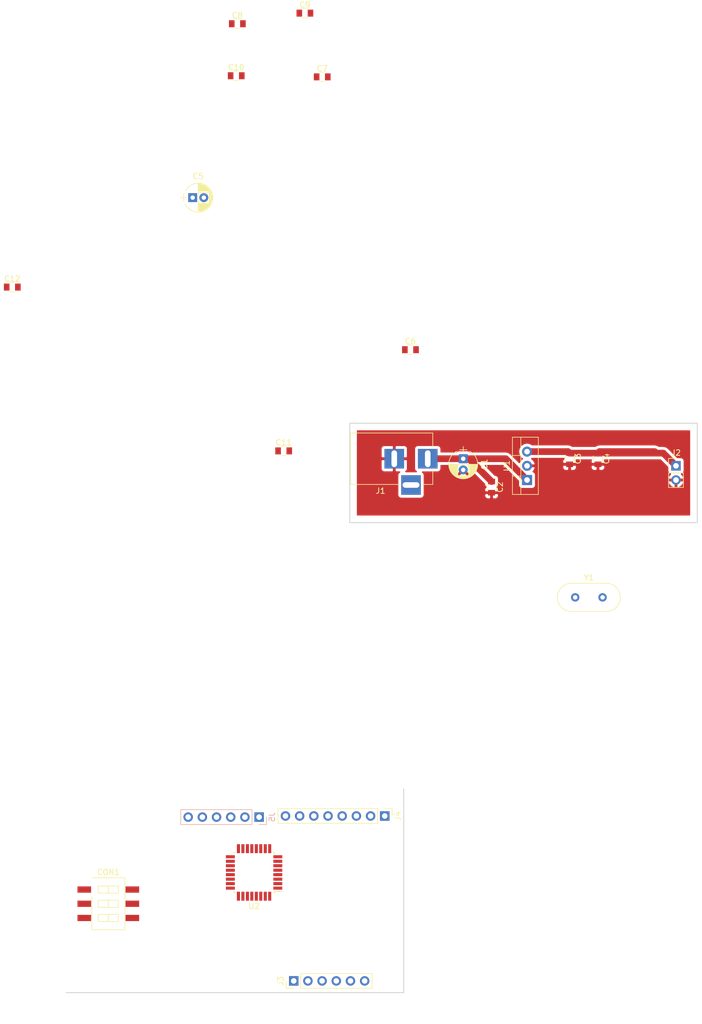
<source format=kicad_pcb>
(kicad_pcb (version 4) (host pcbnew 4.0.7-e2-6376~58~ubuntu16.04.1)

  (general
    (links 58)
    (no_connects 49)
    (area 125.654999 95.174999 188.035001 113.105001)
    (thickness 1.6)
    (drawings 7)
    (tracks 12)
    (zones 0)
    (modules 21)
    (nets 35)
  )

  (page A4)
  (layers
    (0 F.Cu signal)
    (31 B.Cu signal)
    (32 B.Adhes user)
    (33 F.Adhes user)
    (34 B.Paste user)
    (35 F.Paste user)
    (36 B.SilkS user)
    (37 F.SilkS user)
    (38 B.Mask user)
    (39 F.Mask user)
    (40 Dwgs.User user)
    (41 Cmts.User user)
    (42 Eco1.User user)
    (43 Eco2.User user)
    (44 Edge.Cuts user)
    (45 Margin user)
    (46 B.CrtYd user)
    (47 F.CrtYd user)
    (48 B.Fab user)
    (49 F.Fab user)
  )

  (setup
    (last_trace_width 0.25)
    (user_trace_width 0.2)
    (user_trace_width 0.4)
    (user_trace_width 0.6)
    (user_trace_width 0.9)
    (user_trace_width 1.2)
    (user_trace_width 1.8)
    (trace_clearance 0.2)
    (zone_clearance 0.508)
    (zone_45_only no)
    (trace_min 0.2)
    (segment_width 0.2)
    (edge_width 0.15)
    (via_size 0.6)
    (via_drill 0.4)
    (via_min_size 0.4)
    (via_min_drill 0.3)
    (user_via 0.4 0.3)
    (user_via 0.8 0.5)
    (user_via 1 0.6)
    (uvia_size 0.3)
    (uvia_drill 0.1)
    (uvias_allowed no)
    (uvia_min_size 0.2)
    (uvia_min_drill 0.1)
    (pcb_text_width 0.3)
    (pcb_text_size 1.5 1.5)
    (mod_edge_width 0.15)
    (mod_text_size 1 1)
    (mod_text_width 0.15)
    (pad_size 1.524 1.524)
    (pad_drill 0.762)
    (pad_to_mask_clearance 0.2)
    (aux_axis_origin 0 0)
    (visible_elements FFFEFFFF)
    (pcbplotparams
      (layerselection 0x01030_80000001)
      (usegerberextensions true)
      (excludeedgelayer true)
      (linewidth 0.100000)
      (plotframeref false)
      (viasonmask false)
      (mode 1)
      (useauxorigin false)
      (hpglpennumber 1)
      (hpglpenspeed 20)
      (hpglpendiameter 15)
      (hpglpenoverlay 2)
      (psnegative false)
      (psa4output false)
      (plotreference true)
      (plotvalue true)
      (plotinvisibletext false)
      (padsonsilk false)
      (subtractmaskfromsilk false)
      (outputformat 1)
      (mirror false)
      (drillshape 0)
      (scaleselection 1)
      (outputdirectory gerber/))
  )

  (net 0 "")
  (net 1 GND)
  (net 2 +5V)
  (net 3 "Net-(J1-Pad3)")
  (net 4 "Net-(C2-Pad1)")
  (net 5 "Net-(C5-Pad1)")
  (net 6 "Net-(C6-Pad1)")
  (net 7 /MISO)
  (net 8 /MOSI)
  (net 9 /A6)
  (net 10 /SCK)
  (net 11 /A0)
  (net 12 /A1)
  (net 13 /A2)
  (net 14 /A3)
  (net 15 /A4)
  (net 16 /A5)
  (net 17 /D0)
  (net 18 /D1)
  (net 19 /D2)
  (net 20 /D3)
  (net 21 /D4)
  (net 22 /D5)
  (net 23 /D6)
  (net 24 /D7)
  (net 25 /D8)
  (net 26 /D9)
  (net 27 /D10)
  (net 28 "Net-(U2-Pad3)")
  (net 29 "Net-(U2-Pad6)")
  (net 30 /OSC1)
  (net 31 /OSC2)
  (net 32 "Net-(U2-Pad19)")
  (net 33 "Net-(U2-Pad20)")
  (net 34 "Net-(U2-Pad22)")

  (net_class Default "This is the default net class."
    (clearance 0.2)
    (trace_width 0.25)
    (via_dia 0.6)
    (via_drill 0.4)
    (uvia_dia 0.3)
    (uvia_drill 0.1)
    (add_net +5V)
    (add_net /A0)
    (add_net /A1)
    (add_net /A2)
    (add_net /A3)
    (add_net /A4)
    (add_net /A5)
    (add_net /A6)
    (add_net /D0)
    (add_net /D1)
    (add_net /D10)
    (add_net /D2)
    (add_net /D3)
    (add_net /D4)
    (add_net /D5)
    (add_net /D6)
    (add_net /D7)
    (add_net /D8)
    (add_net /D9)
    (add_net /MISO)
    (add_net /MOSI)
    (add_net /OSC1)
    (add_net /OSC2)
    (add_net /SCK)
    (add_net GND)
    (add_net "Net-(C2-Pad1)")
    (add_net "Net-(C5-Pad1)")
    (add_net "Net-(C6-Pad1)")
    (add_net "Net-(J1-Pad3)")
    (add_net "Net-(U2-Pad19)")
    (add_net "Net-(U2-Pad20)")
    (add_net "Net-(U2-Pad22)")
    (add_net "Net-(U2-Pad3)")
    (add_net "Net-(U2-Pad6)")
  )

  (module Capacitors_THT:CP_Radial_D5.0mm_P2.00mm (layer F.Cu) (tedit 597BC7C2) (tstamp 5AC5C892)
    (at 128.95 153 270)
    (descr "CP, Radial series, Radial, pin pitch=2.00mm, , diameter=5mm, Electrolytic Capacitor")
    (tags "CP Radial series Radial pin pitch 2.00mm  diameter 5mm Electrolytic Capacitor")
    (path /5AC7457F)
    (fp_text reference C1 (at 1 -3.81 270) (layer F.SilkS)
      (effects (font (size 1 1) (thickness 0.15)))
    )
    (fp_text value 0.1uF (at 1 3.81 270) (layer F.Fab)
      (effects (font (size 1 1) (thickness 0.15)))
    )
    (fp_arc (start 1 0) (end -1.30558 -1.18) (angle 125.8) (layer F.SilkS) (width 0.12))
    (fp_arc (start 1 0) (end -1.30558 1.18) (angle -125.8) (layer F.SilkS) (width 0.12))
    (fp_arc (start 1 0) (end 3.30558 -1.18) (angle 54.2) (layer F.SilkS) (width 0.12))
    (fp_circle (center 1 0) (end 3.5 0) (layer F.Fab) (width 0.1))
    (fp_line (start -2.2 0) (end -1 0) (layer F.Fab) (width 0.1))
    (fp_line (start -1.6 -0.65) (end -1.6 0.65) (layer F.Fab) (width 0.1))
    (fp_line (start 1 -2.55) (end 1 2.55) (layer F.SilkS) (width 0.12))
    (fp_line (start 1.04 -2.55) (end 1.04 -0.98) (layer F.SilkS) (width 0.12))
    (fp_line (start 1.04 0.98) (end 1.04 2.55) (layer F.SilkS) (width 0.12))
    (fp_line (start 1.08 -2.549) (end 1.08 -0.98) (layer F.SilkS) (width 0.12))
    (fp_line (start 1.08 0.98) (end 1.08 2.549) (layer F.SilkS) (width 0.12))
    (fp_line (start 1.12 -2.548) (end 1.12 -0.98) (layer F.SilkS) (width 0.12))
    (fp_line (start 1.12 0.98) (end 1.12 2.548) (layer F.SilkS) (width 0.12))
    (fp_line (start 1.16 -2.546) (end 1.16 -0.98) (layer F.SilkS) (width 0.12))
    (fp_line (start 1.16 0.98) (end 1.16 2.546) (layer F.SilkS) (width 0.12))
    (fp_line (start 1.2 -2.543) (end 1.2 -0.98) (layer F.SilkS) (width 0.12))
    (fp_line (start 1.2 0.98) (end 1.2 2.543) (layer F.SilkS) (width 0.12))
    (fp_line (start 1.24 -2.539) (end 1.24 -0.98) (layer F.SilkS) (width 0.12))
    (fp_line (start 1.24 0.98) (end 1.24 2.539) (layer F.SilkS) (width 0.12))
    (fp_line (start 1.28 -2.535) (end 1.28 -0.98) (layer F.SilkS) (width 0.12))
    (fp_line (start 1.28 0.98) (end 1.28 2.535) (layer F.SilkS) (width 0.12))
    (fp_line (start 1.32 -2.531) (end 1.32 -0.98) (layer F.SilkS) (width 0.12))
    (fp_line (start 1.32 0.98) (end 1.32 2.531) (layer F.SilkS) (width 0.12))
    (fp_line (start 1.36 -2.525) (end 1.36 -0.98) (layer F.SilkS) (width 0.12))
    (fp_line (start 1.36 0.98) (end 1.36 2.525) (layer F.SilkS) (width 0.12))
    (fp_line (start 1.4 -2.519) (end 1.4 -0.98) (layer F.SilkS) (width 0.12))
    (fp_line (start 1.4 0.98) (end 1.4 2.519) (layer F.SilkS) (width 0.12))
    (fp_line (start 1.44 -2.513) (end 1.44 -0.98) (layer F.SilkS) (width 0.12))
    (fp_line (start 1.44 0.98) (end 1.44 2.513) (layer F.SilkS) (width 0.12))
    (fp_line (start 1.48 -2.506) (end 1.48 -0.98) (layer F.SilkS) (width 0.12))
    (fp_line (start 1.48 0.98) (end 1.48 2.506) (layer F.SilkS) (width 0.12))
    (fp_line (start 1.52 -2.498) (end 1.52 -0.98) (layer F.SilkS) (width 0.12))
    (fp_line (start 1.52 0.98) (end 1.52 2.498) (layer F.SilkS) (width 0.12))
    (fp_line (start 1.56 -2.489) (end 1.56 -0.98) (layer F.SilkS) (width 0.12))
    (fp_line (start 1.56 0.98) (end 1.56 2.489) (layer F.SilkS) (width 0.12))
    (fp_line (start 1.6 -2.48) (end 1.6 -0.98) (layer F.SilkS) (width 0.12))
    (fp_line (start 1.6 0.98) (end 1.6 2.48) (layer F.SilkS) (width 0.12))
    (fp_line (start 1.64 -2.47) (end 1.64 -0.98) (layer F.SilkS) (width 0.12))
    (fp_line (start 1.64 0.98) (end 1.64 2.47) (layer F.SilkS) (width 0.12))
    (fp_line (start 1.68 -2.46) (end 1.68 -0.98) (layer F.SilkS) (width 0.12))
    (fp_line (start 1.68 0.98) (end 1.68 2.46) (layer F.SilkS) (width 0.12))
    (fp_line (start 1.721 -2.448) (end 1.721 -0.98) (layer F.SilkS) (width 0.12))
    (fp_line (start 1.721 0.98) (end 1.721 2.448) (layer F.SilkS) (width 0.12))
    (fp_line (start 1.761 -2.436) (end 1.761 -0.98) (layer F.SilkS) (width 0.12))
    (fp_line (start 1.761 0.98) (end 1.761 2.436) (layer F.SilkS) (width 0.12))
    (fp_line (start 1.801 -2.424) (end 1.801 -0.98) (layer F.SilkS) (width 0.12))
    (fp_line (start 1.801 0.98) (end 1.801 2.424) (layer F.SilkS) (width 0.12))
    (fp_line (start 1.841 -2.41) (end 1.841 -0.98) (layer F.SilkS) (width 0.12))
    (fp_line (start 1.841 0.98) (end 1.841 2.41) (layer F.SilkS) (width 0.12))
    (fp_line (start 1.881 -2.396) (end 1.881 -0.98) (layer F.SilkS) (width 0.12))
    (fp_line (start 1.881 0.98) (end 1.881 2.396) (layer F.SilkS) (width 0.12))
    (fp_line (start 1.921 -2.382) (end 1.921 -0.98) (layer F.SilkS) (width 0.12))
    (fp_line (start 1.921 0.98) (end 1.921 2.382) (layer F.SilkS) (width 0.12))
    (fp_line (start 1.961 -2.366) (end 1.961 -0.98) (layer F.SilkS) (width 0.12))
    (fp_line (start 1.961 0.98) (end 1.961 2.366) (layer F.SilkS) (width 0.12))
    (fp_line (start 2.001 -2.35) (end 2.001 -0.98) (layer F.SilkS) (width 0.12))
    (fp_line (start 2.001 0.98) (end 2.001 2.35) (layer F.SilkS) (width 0.12))
    (fp_line (start 2.041 -2.333) (end 2.041 -0.98) (layer F.SilkS) (width 0.12))
    (fp_line (start 2.041 0.98) (end 2.041 2.333) (layer F.SilkS) (width 0.12))
    (fp_line (start 2.081 -2.315) (end 2.081 -0.98) (layer F.SilkS) (width 0.12))
    (fp_line (start 2.081 0.98) (end 2.081 2.315) (layer F.SilkS) (width 0.12))
    (fp_line (start 2.121 -2.296) (end 2.121 -0.98) (layer F.SilkS) (width 0.12))
    (fp_line (start 2.121 0.98) (end 2.121 2.296) (layer F.SilkS) (width 0.12))
    (fp_line (start 2.161 -2.276) (end 2.161 -0.98) (layer F.SilkS) (width 0.12))
    (fp_line (start 2.161 0.98) (end 2.161 2.276) (layer F.SilkS) (width 0.12))
    (fp_line (start 2.201 -2.256) (end 2.201 -0.98) (layer F.SilkS) (width 0.12))
    (fp_line (start 2.201 0.98) (end 2.201 2.256) (layer F.SilkS) (width 0.12))
    (fp_line (start 2.241 -2.234) (end 2.241 -0.98) (layer F.SilkS) (width 0.12))
    (fp_line (start 2.241 0.98) (end 2.241 2.234) (layer F.SilkS) (width 0.12))
    (fp_line (start 2.281 -2.212) (end 2.281 -0.98) (layer F.SilkS) (width 0.12))
    (fp_line (start 2.281 0.98) (end 2.281 2.212) (layer F.SilkS) (width 0.12))
    (fp_line (start 2.321 -2.189) (end 2.321 -0.98) (layer F.SilkS) (width 0.12))
    (fp_line (start 2.321 0.98) (end 2.321 2.189) (layer F.SilkS) (width 0.12))
    (fp_line (start 2.361 -2.165) (end 2.361 -0.98) (layer F.SilkS) (width 0.12))
    (fp_line (start 2.361 0.98) (end 2.361 2.165) (layer F.SilkS) (width 0.12))
    (fp_line (start 2.401 -2.14) (end 2.401 -0.98) (layer F.SilkS) (width 0.12))
    (fp_line (start 2.401 0.98) (end 2.401 2.14) (layer F.SilkS) (width 0.12))
    (fp_line (start 2.441 -2.113) (end 2.441 -0.98) (layer F.SilkS) (width 0.12))
    (fp_line (start 2.441 0.98) (end 2.441 2.113) (layer F.SilkS) (width 0.12))
    (fp_line (start 2.481 -2.086) (end 2.481 -0.98) (layer F.SilkS) (width 0.12))
    (fp_line (start 2.481 0.98) (end 2.481 2.086) (layer F.SilkS) (width 0.12))
    (fp_line (start 2.521 -2.058) (end 2.521 -0.98) (layer F.SilkS) (width 0.12))
    (fp_line (start 2.521 0.98) (end 2.521 2.058) (layer F.SilkS) (width 0.12))
    (fp_line (start 2.561 -2.028) (end 2.561 -0.98) (layer F.SilkS) (width 0.12))
    (fp_line (start 2.561 0.98) (end 2.561 2.028) (layer F.SilkS) (width 0.12))
    (fp_line (start 2.601 -1.997) (end 2.601 -0.98) (layer F.SilkS) (width 0.12))
    (fp_line (start 2.601 0.98) (end 2.601 1.997) (layer F.SilkS) (width 0.12))
    (fp_line (start 2.641 -1.965) (end 2.641 -0.98) (layer F.SilkS) (width 0.12))
    (fp_line (start 2.641 0.98) (end 2.641 1.965) (layer F.SilkS) (width 0.12))
    (fp_line (start 2.681 -1.932) (end 2.681 -0.98) (layer F.SilkS) (width 0.12))
    (fp_line (start 2.681 0.98) (end 2.681 1.932) (layer F.SilkS) (width 0.12))
    (fp_line (start 2.721 -1.897) (end 2.721 -0.98) (layer F.SilkS) (width 0.12))
    (fp_line (start 2.721 0.98) (end 2.721 1.897) (layer F.SilkS) (width 0.12))
    (fp_line (start 2.761 -1.861) (end 2.761 -0.98) (layer F.SilkS) (width 0.12))
    (fp_line (start 2.761 0.98) (end 2.761 1.861) (layer F.SilkS) (width 0.12))
    (fp_line (start 2.801 -1.823) (end 2.801 -0.98) (layer F.SilkS) (width 0.12))
    (fp_line (start 2.801 0.98) (end 2.801 1.823) (layer F.SilkS) (width 0.12))
    (fp_line (start 2.841 -1.783) (end 2.841 -0.98) (layer F.SilkS) (width 0.12))
    (fp_line (start 2.841 0.98) (end 2.841 1.783) (layer F.SilkS) (width 0.12))
    (fp_line (start 2.881 -1.742) (end 2.881 -0.98) (layer F.SilkS) (width 0.12))
    (fp_line (start 2.881 0.98) (end 2.881 1.742) (layer F.SilkS) (width 0.12))
    (fp_line (start 2.921 -1.699) (end 2.921 -0.98) (layer F.SilkS) (width 0.12))
    (fp_line (start 2.921 0.98) (end 2.921 1.699) (layer F.SilkS) (width 0.12))
    (fp_line (start 2.961 -1.654) (end 2.961 -0.98) (layer F.SilkS) (width 0.12))
    (fp_line (start 2.961 0.98) (end 2.961 1.654) (layer F.SilkS) (width 0.12))
    (fp_line (start 3.001 -1.606) (end 3.001 1.606) (layer F.SilkS) (width 0.12))
    (fp_line (start 3.041 -1.556) (end 3.041 1.556) (layer F.SilkS) (width 0.12))
    (fp_line (start 3.081 -1.504) (end 3.081 1.504) (layer F.SilkS) (width 0.12))
    (fp_line (start 3.121 -1.448) (end 3.121 1.448) (layer F.SilkS) (width 0.12))
    (fp_line (start 3.161 -1.39) (end 3.161 1.39) (layer F.SilkS) (width 0.12))
    (fp_line (start 3.201 -1.327) (end 3.201 1.327) (layer F.SilkS) (width 0.12))
    (fp_line (start 3.241 -1.261) (end 3.241 1.261) (layer F.SilkS) (width 0.12))
    (fp_line (start 3.281 -1.189) (end 3.281 1.189) (layer F.SilkS) (width 0.12))
    (fp_line (start 3.321 -1.112) (end 3.321 1.112) (layer F.SilkS) (width 0.12))
    (fp_line (start 3.361 -1.028) (end 3.361 1.028) (layer F.SilkS) (width 0.12))
    (fp_line (start 3.401 -0.934) (end 3.401 0.934) (layer F.SilkS) (width 0.12))
    (fp_line (start 3.441 -0.829) (end 3.441 0.829) (layer F.SilkS) (width 0.12))
    (fp_line (start 3.481 -0.707) (end 3.481 0.707) (layer F.SilkS) (width 0.12))
    (fp_line (start 3.521 -0.559) (end 3.521 0.559) (layer F.SilkS) (width 0.12))
    (fp_line (start 3.561 -0.354) (end 3.561 0.354) (layer F.SilkS) (width 0.12))
    (fp_line (start -2.2 0) (end -1 0) (layer F.SilkS) (width 0.12))
    (fp_line (start -1.6 -0.65) (end -1.6 0.65) (layer F.SilkS) (width 0.12))
    (fp_line (start -1.85 -2.85) (end -1.85 2.85) (layer F.CrtYd) (width 0.05))
    (fp_line (start -1.85 2.85) (end 3.85 2.85) (layer F.CrtYd) (width 0.05))
    (fp_line (start 3.85 2.85) (end 3.85 -2.85) (layer F.CrtYd) (width 0.05))
    (fp_line (start 3.85 -2.85) (end -1.85 -2.85) (layer F.CrtYd) (width 0.05))
    (fp_text user %R (at 1 0 270) (layer F.Fab)
      (effects (font (size 1 1) (thickness 0.15)))
    )
    (pad 1 thru_hole rect (at 0 0 270) (size 1.6 1.6) (drill 0.8) (layers *.Cu *.Mask)
      (net 2 +5V))
    (pad 2 thru_hole circle (at 2 0 270) (size 1.6 1.6) (drill 0.8) (layers *.Cu *.Mask)
      (net 1 GND))
    (model ${KISYS3DMOD}/Capacitors_THT.3dshapes/CP_Radial_D5.0mm_P2.00mm.wrl
      (at (xyz 0 0 0))
      (scale (xyz 1 1 1))
      (rotate (xyz 0 0 0))
    )
  )

  (module Capacitors_SMD:C_0805 (layer F.Cu) (tedit 58AA8463) (tstamp 5AC5C898)
    (at 134.03 158.08 270)
    (descr "Capacitor SMD 0805, reflow soldering, AVX (see smccp.pdf)")
    (tags "capacitor 0805")
    (path /5AC73F99)
    (attr smd)
    (fp_text reference C2 (at 0 -1.5 270) (layer F.SilkS)
      (effects (font (size 1 1) (thickness 0.15)))
    )
    (fp_text value 18pF (at 0 1.75 270) (layer F.Fab)
      (effects (font (size 1 1) (thickness 0.15)))
    )
    (fp_text user %R (at 0 -1.5 270) (layer F.Fab)
      (effects (font (size 1 1) (thickness 0.15)))
    )
    (fp_line (start -1 0.62) (end -1 -0.62) (layer F.Fab) (width 0.1))
    (fp_line (start 1 0.62) (end -1 0.62) (layer F.Fab) (width 0.1))
    (fp_line (start 1 -0.62) (end 1 0.62) (layer F.Fab) (width 0.1))
    (fp_line (start -1 -0.62) (end 1 -0.62) (layer F.Fab) (width 0.1))
    (fp_line (start 0.5 -0.85) (end -0.5 -0.85) (layer F.SilkS) (width 0.12))
    (fp_line (start -0.5 0.85) (end 0.5 0.85) (layer F.SilkS) (width 0.12))
    (fp_line (start -1.75 -0.88) (end 1.75 -0.88) (layer F.CrtYd) (width 0.05))
    (fp_line (start -1.75 -0.88) (end -1.75 0.87) (layer F.CrtYd) (width 0.05))
    (fp_line (start 1.75 0.87) (end 1.75 -0.88) (layer F.CrtYd) (width 0.05))
    (fp_line (start 1.75 0.87) (end -1.75 0.87) (layer F.CrtYd) (width 0.05))
    (pad 1 smd rect (at -1 0 270) (size 1 1.25) (layers F.Cu F.Paste F.Mask)
      (net 4 "Net-(C2-Pad1)"))
    (pad 2 smd rect (at 1 0 270) (size 1 1.25) (layers F.Cu F.Paste F.Mask)
      (net 1 GND))
    (model Capacitors_SMD.3dshapes/C_0805.wrl
      (at (xyz 0 0 0))
      (scale (xyz 1 1 1))
      (rotate (xyz 0 0 0))
    )
  )

  (module Capacitors_SMD:C_0805 (layer F.Cu) (tedit 58AA8463) (tstamp 5AC5C89E)
    (at 148 153 270)
    (descr "Capacitor SMD 0805, reflow soldering, AVX (see smccp.pdf)")
    (tags "capacitor 0805")
    (path /5AC74676)
    (attr smd)
    (fp_text reference C3 (at 0 -1.5 270) (layer F.SilkS)
      (effects (font (size 1 1) (thickness 0.15)))
    )
    (fp_text value .01uF (at 0 1.75 270) (layer F.Fab)
      (effects (font (size 1 1) (thickness 0.15)))
    )
    (fp_text user %R (at 0 -1.5 270) (layer F.Fab)
      (effects (font (size 1 1) (thickness 0.15)))
    )
    (fp_line (start -1 0.62) (end -1 -0.62) (layer F.Fab) (width 0.1))
    (fp_line (start 1 0.62) (end -1 0.62) (layer F.Fab) (width 0.1))
    (fp_line (start 1 -0.62) (end 1 0.62) (layer F.Fab) (width 0.1))
    (fp_line (start -1 -0.62) (end 1 -0.62) (layer F.Fab) (width 0.1))
    (fp_line (start 0.5 -0.85) (end -0.5 -0.85) (layer F.SilkS) (width 0.12))
    (fp_line (start -0.5 0.85) (end 0.5 0.85) (layer F.SilkS) (width 0.12))
    (fp_line (start -1.75 -0.88) (end 1.75 -0.88) (layer F.CrtYd) (width 0.05))
    (fp_line (start -1.75 -0.88) (end -1.75 0.87) (layer F.CrtYd) (width 0.05))
    (fp_line (start 1.75 0.87) (end 1.75 -0.88) (layer F.CrtYd) (width 0.05))
    (fp_line (start 1.75 0.87) (end -1.75 0.87) (layer F.CrtYd) (width 0.05))
    (pad 1 smd rect (at -1 0 270) (size 1 1.25) (layers F.Cu F.Paste F.Mask)
      (net 2 +5V))
    (pad 2 smd rect (at 1 0 270) (size 1 1.25) (layers F.Cu F.Paste F.Mask)
      (net 1 GND))
    (model Capacitors_SMD.3dshapes/C_0805.wrl
      (at (xyz 0 0 0))
      (scale (xyz 1 1 1))
      (rotate (xyz 0 0 0))
    )
  )

  (module Capacitors_SMD:C_0805 (layer F.Cu) (tedit 58AA8463) (tstamp 5AC5C8A4)
    (at 153.08 153 270)
    (descr "Capacitor SMD 0805, reflow soldering, AVX (see smccp.pdf)")
    (tags "capacitor 0805")
    (path /5AC74C7D)
    (attr smd)
    (fp_text reference C4 (at 0 -1.5 270) (layer F.SilkS)
      (effects (font (size 1 1) (thickness 0.15)))
    )
    (fp_text value 0.1uF (at 0 1.75 270) (layer F.Fab)
      (effects (font (size 1 1) (thickness 0.15)))
    )
    (fp_text user %R (at 0 -1.5 270) (layer F.Fab)
      (effects (font (size 1 1) (thickness 0.15)))
    )
    (fp_line (start -1 0.62) (end -1 -0.62) (layer F.Fab) (width 0.1))
    (fp_line (start 1 0.62) (end -1 0.62) (layer F.Fab) (width 0.1))
    (fp_line (start 1 -0.62) (end 1 0.62) (layer F.Fab) (width 0.1))
    (fp_line (start -1 -0.62) (end 1 -0.62) (layer F.Fab) (width 0.1))
    (fp_line (start 0.5 -0.85) (end -0.5 -0.85) (layer F.SilkS) (width 0.12))
    (fp_line (start -0.5 0.85) (end 0.5 0.85) (layer F.SilkS) (width 0.12))
    (fp_line (start -1.75 -0.88) (end 1.75 -0.88) (layer F.CrtYd) (width 0.05))
    (fp_line (start -1.75 -0.88) (end -1.75 0.87) (layer F.CrtYd) (width 0.05))
    (fp_line (start 1.75 0.87) (end 1.75 -0.88) (layer F.CrtYd) (width 0.05))
    (fp_line (start 1.75 0.87) (end -1.75 0.87) (layer F.CrtYd) (width 0.05))
    (pad 1 smd rect (at -1 0 270) (size 1 1.25) (layers F.Cu F.Paste F.Mask)
      (net 2 +5V))
    (pad 2 smd rect (at 1 0 270) (size 1 1.25) (layers F.Cu F.Paste F.Mask)
      (net 1 GND))
    (model Capacitors_SMD.3dshapes/C_0805.wrl
      (at (xyz 0 0 0))
      (scale (xyz 1 1 1))
      (rotate (xyz 0 0 0))
    )
  )

  (module Connectors:BARREL_JACK (layer F.Cu) (tedit 5861378E) (tstamp 5AC5C8AB)
    (at 122.6 153)
    (descr "DC Barrel Jack")
    (tags "Power Jack")
    (path /5AC5BF06)
    (fp_text reference J1 (at -8.45 5.75 180) (layer F.SilkS)
      (effects (font (size 1 1) (thickness 0.15)))
    )
    (fp_text value Barrel_Jack (at -6.2 -5.5) (layer F.Fab)
      (effects (font (size 1 1) (thickness 0.15)))
    )
    (fp_line (start 1 -4.5) (end 1 -4.75) (layer F.CrtYd) (width 0.05))
    (fp_line (start 1 -4.75) (end -14 -4.75) (layer F.CrtYd) (width 0.05))
    (fp_line (start 1 -4.5) (end 1 -2) (layer F.CrtYd) (width 0.05))
    (fp_line (start 1 -2) (end 2 -2) (layer F.CrtYd) (width 0.05))
    (fp_line (start 2 -2) (end 2 2) (layer F.CrtYd) (width 0.05))
    (fp_line (start 2 2) (end 1 2) (layer F.CrtYd) (width 0.05))
    (fp_line (start 1 2) (end 1 4.75) (layer F.CrtYd) (width 0.05))
    (fp_line (start 1 4.75) (end -1 4.75) (layer F.CrtYd) (width 0.05))
    (fp_line (start -1 4.75) (end -1 6.75) (layer F.CrtYd) (width 0.05))
    (fp_line (start -1 6.75) (end -5 6.75) (layer F.CrtYd) (width 0.05))
    (fp_line (start -5 6.75) (end -5 4.75) (layer F.CrtYd) (width 0.05))
    (fp_line (start -5 4.75) (end -14 4.75) (layer F.CrtYd) (width 0.05))
    (fp_line (start -14 4.75) (end -14 -4.75) (layer F.CrtYd) (width 0.05))
    (fp_line (start -5 4.6) (end -13.8 4.6) (layer F.SilkS) (width 0.12))
    (fp_line (start -13.8 4.6) (end -13.8 -4.6) (layer F.SilkS) (width 0.12))
    (fp_line (start 0.9 1.9) (end 0.9 4.6) (layer F.SilkS) (width 0.12))
    (fp_line (start 0.9 4.6) (end -1 4.6) (layer F.SilkS) (width 0.12))
    (fp_line (start -13.8 -4.6) (end 0.9 -4.6) (layer F.SilkS) (width 0.12))
    (fp_line (start 0.9 -4.6) (end 0.9 -2) (layer F.SilkS) (width 0.12))
    (fp_line (start -10.2 -4.5) (end -10.2 4.5) (layer F.Fab) (width 0.1))
    (fp_line (start -13.7 -4.5) (end -13.7 4.5) (layer F.Fab) (width 0.1))
    (fp_line (start -13.7 4.5) (end 0.8 4.5) (layer F.Fab) (width 0.1))
    (fp_line (start 0.8 4.5) (end 0.8 -4.5) (layer F.Fab) (width 0.1))
    (fp_line (start 0.8 -4.5) (end -13.7 -4.5) (layer F.Fab) (width 0.1))
    (pad 1 thru_hole rect (at 0 0) (size 3.5 3.5) (drill oval 1 3) (layers *.Cu *.Mask)
      (net 5 "Net-(C5-Pad1)"))
    (pad 2 thru_hole rect (at -6 0) (size 3.5 3.5) (drill oval 1 3) (layers *.Cu *.Mask)
      (net 1 GND))
    (pad 3 thru_hole rect (at -3 4.7) (size 3.5 3.5) (drill oval 3 1) (layers *.Cu *.Mask)
      (net 3 "Net-(J1-Pad3)"))
  )

  (module Pin_Headers:Pin_Header_Straight_1x02_Pitch2.54mm (layer F.Cu) (tedit 59650532) (tstamp 5AC5C8B1)
    (at 167.05 154.27)
    (descr "Through hole straight pin header, 1x02, 2.54mm pitch, single row")
    (tags "Through hole pin header THT 1x02 2.54mm single row")
    (path /5AC5C565)
    (fp_text reference J2 (at 0 -2.33) (layer F.SilkS)
      (effects (font (size 1 1) (thickness 0.15)))
    )
    (fp_text value Conn_01x02 (at 0 4.87) (layer F.Fab)
      (effects (font (size 1 1) (thickness 0.15)))
    )
    (fp_line (start -0.635 -1.27) (end 1.27 -1.27) (layer F.Fab) (width 0.1))
    (fp_line (start 1.27 -1.27) (end 1.27 3.81) (layer F.Fab) (width 0.1))
    (fp_line (start 1.27 3.81) (end -1.27 3.81) (layer F.Fab) (width 0.1))
    (fp_line (start -1.27 3.81) (end -1.27 -0.635) (layer F.Fab) (width 0.1))
    (fp_line (start -1.27 -0.635) (end -0.635 -1.27) (layer F.Fab) (width 0.1))
    (fp_line (start -1.33 3.87) (end 1.33 3.87) (layer F.SilkS) (width 0.12))
    (fp_line (start -1.33 1.27) (end -1.33 3.87) (layer F.SilkS) (width 0.12))
    (fp_line (start 1.33 1.27) (end 1.33 3.87) (layer F.SilkS) (width 0.12))
    (fp_line (start -1.33 1.27) (end 1.33 1.27) (layer F.SilkS) (width 0.12))
    (fp_line (start -1.33 0) (end -1.33 -1.33) (layer F.SilkS) (width 0.12))
    (fp_line (start -1.33 -1.33) (end 0 -1.33) (layer F.SilkS) (width 0.12))
    (fp_line (start -1.8 -1.8) (end -1.8 4.35) (layer F.CrtYd) (width 0.05))
    (fp_line (start -1.8 4.35) (end 1.8 4.35) (layer F.CrtYd) (width 0.05))
    (fp_line (start 1.8 4.35) (end 1.8 -1.8) (layer F.CrtYd) (width 0.05))
    (fp_line (start 1.8 -1.8) (end -1.8 -1.8) (layer F.CrtYd) (width 0.05))
    (fp_text user %R (at 0 1.27 90) (layer F.Fab)
      (effects (font (size 1 1) (thickness 0.15)))
    )
    (pad 1 thru_hole rect (at 0 0) (size 1.7 1.7) (drill 1) (layers *.Cu *.Mask)
      (net 2 +5V))
    (pad 2 thru_hole oval (at 0 2.54) (size 1.7 1.7) (drill 1) (layers *.Cu *.Mask)
      (net 1 GND))
    (model ${KISYS3DMOD}/Pin_Headers.3dshapes/Pin_Header_Straight_1x02_Pitch2.54mm.wrl
      (at (xyz 0 0 0))
      (scale (xyz 1 1 1))
      (rotate (xyz 0 0 0))
    )
  )

  (module TO_SOT_Packages_THT:TO-220-3_Vertical (layer F.Cu) (tedit 58CE52AD) (tstamp 5AC5C8B8)
    (at 140.38 156.81 90)
    (descr "TO-220-3, Vertical, RM 2.54mm")
    (tags "TO-220-3 Vertical RM 2.54mm")
    (path /5AC5BC92)
    (fp_text reference U1 (at 2.54 -3.62 90) (layer F.SilkS)
      (effects (font (size 1 1) (thickness 0.15)))
    )
    (fp_text value L7805 (at 2.54 3.92 90) (layer F.Fab)
      (effects (font (size 1 1) (thickness 0.15)))
    )
    (fp_text user %R (at 2.54 -3.62 90) (layer F.Fab)
      (effects (font (size 1 1) (thickness 0.15)))
    )
    (fp_line (start -2.46 -2.5) (end -2.46 1.9) (layer F.Fab) (width 0.1))
    (fp_line (start -2.46 1.9) (end 7.54 1.9) (layer F.Fab) (width 0.1))
    (fp_line (start 7.54 1.9) (end 7.54 -2.5) (layer F.Fab) (width 0.1))
    (fp_line (start 7.54 -2.5) (end -2.46 -2.5) (layer F.Fab) (width 0.1))
    (fp_line (start -2.46 -1.23) (end 7.54 -1.23) (layer F.Fab) (width 0.1))
    (fp_line (start 0.69 -2.5) (end 0.69 -1.23) (layer F.Fab) (width 0.1))
    (fp_line (start 4.39 -2.5) (end 4.39 -1.23) (layer F.Fab) (width 0.1))
    (fp_line (start -2.58 -2.62) (end 7.66 -2.62) (layer F.SilkS) (width 0.12))
    (fp_line (start -2.58 2.021) (end 7.66 2.021) (layer F.SilkS) (width 0.12))
    (fp_line (start -2.58 -2.62) (end -2.58 2.021) (layer F.SilkS) (width 0.12))
    (fp_line (start 7.66 -2.62) (end 7.66 2.021) (layer F.SilkS) (width 0.12))
    (fp_line (start -2.58 -1.11) (end 7.66 -1.11) (layer F.SilkS) (width 0.12))
    (fp_line (start 0.69 -2.62) (end 0.69 -1.11) (layer F.SilkS) (width 0.12))
    (fp_line (start 4.391 -2.62) (end 4.391 -1.11) (layer F.SilkS) (width 0.12))
    (fp_line (start -2.71 -2.75) (end -2.71 2.16) (layer F.CrtYd) (width 0.05))
    (fp_line (start -2.71 2.16) (end 7.79 2.16) (layer F.CrtYd) (width 0.05))
    (fp_line (start 7.79 2.16) (end 7.79 -2.75) (layer F.CrtYd) (width 0.05))
    (fp_line (start 7.79 -2.75) (end -2.71 -2.75) (layer F.CrtYd) (width 0.05))
    (pad 1 thru_hole rect (at 0 0 90) (size 1.8 1.8) (drill 1) (layers *.Cu *.Mask)
      (net 5 "Net-(C5-Pad1)"))
    (pad 2 thru_hole oval (at 2.54 0 90) (size 1.8 1.8) (drill 1) (layers *.Cu *.Mask)
      (net 1 GND))
    (pad 3 thru_hole oval (at 5.08 0 90) (size 1.8 1.8) (drill 1) (layers *.Cu *.Mask)
      (net 2 +5V))
    (model ${KISYS3DMOD}/TO_SOT_Packages_THT.3dshapes/TO-220-3_Vertical.wrl
      (at (xyz 0.1 0 0))
      (scale (xyz 0.393701 0.393701 0.393701))
      (rotate (xyz 0 0 0))
    )
  )

  (module Capacitors_THT:CP_Radial_D5.0mm_P2.00mm (layer F.Cu) (tedit 597BC7C2) (tstamp 5AC73F65)
    (at 80.5 106.3)
    (descr "CP, Radial series, Radial, pin pitch=2.00mm, , diameter=5mm, Electrolytic Capacitor")
    (tags "CP Radial series Radial pin pitch 2.00mm  diameter 5mm Electrolytic Capacitor")
    (path /5AC5BD84)
    (fp_text reference C5 (at 1 -3.81) (layer F.SilkS)
      (effects (font (size 1 1) (thickness 0.15)))
    )
    (fp_text value "100uF, 25V" (at 1 3.81) (layer F.Fab)
      (effects (font (size 1 1) (thickness 0.15)))
    )
    (fp_arc (start 1 0) (end -1.30558 -1.18) (angle 125.8) (layer F.SilkS) (width 0.12))
    (fp_arc (start 1 0) (end -1.30558 1.18) (angle -125.8) (layer F.SilkS) (width 0.12))
    (fp_arc (start 1 0) (end 3.30558 -1.18) (angle 54.2) (layer F.SilkS) (width 0.12))
    (fp_circle (center 1 0) (end 3.5 0) (layer F.Fab) (width 0.1))
    (fp_line (start -2.2 0) (end -1 0) (layer F.Fab) (width 0.1))
    (fp_line (start -1.6 -0.65) (end -1.6 0.65) (layer F.Fab) (width 0.1))
    (fp_line (start 1 -2.55) (end 1 2.55) (layer F.SilkS) (width 0.12))
    (fp_line (start 1.04 -2.55) (end 1.04 -0.98) (layer F.SilkS) (width 0.12))
    (fp_line (start 1.04 0.98) (end 1.04 2.55) (layer F.SilkS) (width 0.12))
    (fp_line (start 1.08 -2.549) (end 1.08 -0.98) (layer F.SilkS) (width 0.12))
    (fp_line (start 1.08 0.98) (end 1.08 2.549) (layer F.SilkS) (width 0.12))
    (fp_line (start 1.12 -2.548) (end 1.12 -0.98) (layer F.SilkS) (width 0.12))
    (fp_line (start 1.12 0.98) (end 1.12 2.548) (layer F.SilkS) (width 0.12))
    (fp_line (start 1.16 -2.546) (end 1.16 -0.98) (layer F.SilkS) (width 0.12))
    (fp_line (start 1.16 0.98) (end 1.16 2.546) (layer F.SilkS) (width 0.12))
    (fp_line (start 1.2 -2.543) (end 1.2 -0.98) (layer F.SilkS) (width 0.12))
    (fp_line (start 1.2 0.98) (end 1.2 2.543) (layer F.SilkS) (width 0.12))
    (fp_line (start 1.24 -2.539) (end 1.24 -0.98) (layer F.SilkS) (width 0.12))
    (fp_line (start 1.24 0.98) (end 1.24 2.539) (layer F.SilkS) (width 0.12))
    (fp_line (start 1.28 -2.535) (end 1.28 -0.98) (layer F.SilkS) (width 0.12))
    (fp_line (start 1.28 0.98) (end 1.28 2.535) (layer F.SilkS) (width 0.12))
    (fp_line (start 1.32 -2.531) (end 1.32 -0.98) (layer F.SilkS) (width 0.12))
    (fp_line (start 1.32 0.98) (end 1.32 2.531) (layer F.SilkS) (width 0.12))
    (fp_line (start 1.36 -2.525) (end 1.36 -0.98) (layer F.SilkS) (width 0.12))
    (fp_line (start 1.36 0.98) (end 1.36 2.525) (layer F.SilkS) (width 0.12))
    (fp_line (start 1.4 -2.519) (end 1.4 -0.98) (layer F.SilkS) (width 0.12))
    (fp_line (start 1.4 0.98) (end 1.4 2.519) (layer F.SilkS) (width 0.12))
    (fp_line (start 1.44 -2.513) (end 1.44 -0.98) (layer F.SilkS) (width 0.12))
    (fp_line (start 1.44 0.98) (end 1.44 2.513) (layer F.SilkS) (width 0.12))
    (fp_line (start 1.48 -2.506) (end 1.48 -0.98) (layer F.SilkS) (width 0.12))
    (fp_line (start 1.48 0.98) (end 1.48 2.506) (layer F.SilkS) (width 0.12))
    (fp_line (start 1.52 -2.498) (end 1.52 -0.98) (layer F.SilkS) (width 0.12))
    (fp_line (start 1.52 0.98) (end 1.52 2.498) (layer F.SilkS) (width 0.12))
    (fp_line (start 1.56 -2.489) (end 1.56 -0.98) (layer F.SilkS) (width 0.12))
    (fp_line (start 1.56 0.98) (end 1.56 2.489) (layer F.SilkS) (width 0.12))
    (fp_line (start 1.6 -2.48) (end 1.6 -0.98) (layer F.SilkS) (width 0.12))
    (fp_line (start 1.6 0.98) (end 1.6 2.48) (layer F.SilkS) (width 0.12))
    (fp_line (start 1.64 -2.47) (end 1.64 -0.98) (layer F.SilkS) (width 0.12))
    (fp_line (start 1.64 0.98) (end 1.64 2.47) (layer F.SilkS) (width 0.12))
    (fp_line (start 1.68 -2.46) (end 1.68 -0.98) (layer F.SilkS) (width 0.12))
    (fp_line (start 1.68 0.98) (end 1.68 2.46) (layer F.SilkS) (width 0.12))
    (fp_line (start 1.721 -2.448) (end 1.721 -0.98) (layer F.SilkS) (width 0.12))
    (fp_line (start 1.721 0.98) (end 1.721 2.448) (layer F.SilkS) (width 0.12))
    (fp_line (start 1.761 -2.436) (end 1.761 -0.98) (layer F.SilkS) (width 0.12))
    (fp_line (start 1.761 0.98) (end 1.761 2.436) (layer F.SilkS) (width 0.12))
    (fp_line (start 1.801 -2.424) (end 1.801 -0.98) (layer F.SilkS) (width 0.12))
    (fp_line (start 1.801 0.98) (end 1.801 2.424) (layer F.SilkS) (width 0.12))
    (fp_line (start 1.841 -2.41) (end 1.841 -0.98) (layer F.SilkS) (width 0.12))
    (fp_line (start 1.841 0.98) (end 1.841 2.41) (layer F.SilkS) (width 0.12))
    (fp_line (start 1.881 -2.396) (end 1.881 -0.98) (layer F.SilkS) (width 0.12))
    (fp_line (start 1.881 0.98) (end 1.881 2.396) (layer F.SilkS) (width 0.12))
    (fp_line (start 1.921 -2.382) (end 1.921 -0.98) (layer F.SilkS) (width 0.12))
    (fp_line (start 1.921 0.98) (end 1.921 2.382) (layer F.SilkS) (width 0.12))
    (fp_line (start 1.961 -2.366) (end 1.961 -0.98) (layer F.SilkS) (width 0.12))
    (fp_line (start 1.961 0.98) (end 1.961 2.366) (layer F.SilkS) (width 0.12))
    (fp_line (start 2.001 -2.35) (end 2.001 -0.98) (layer F.SilkS) (width 0.12))
    (fp_line (start 2.001 0.98) (end 2.001 2.35) (layer F.SilkS) (width 0.12))
    (fp_line (start 2.041 -2.333) (end 2.041 -0.98) (layer F.SilkS) (width 0.12))
    (fp_line (start 2.041 0.98) (end 2.041 2.333) (layer F.SilkS) (width 0.12))
    (fp_line (start 2.081 -2.315) (end 2.081 -0.98) (layer F.SilkS) (width 0.12))
    (fp_line (start 2.081 0.98) (end 2.081 2.315) (layer F.SilkS) (width 0.12))
    (fp_line (start 2.121 -2.296) (end 2.121 -0.98) (layer F.SilkS) (width 0.12))
    (fp_line (start 2.121 0.98) (end 2.121 2.296) (layer F.SilkS) (width 0.12))
    (fp_line (start 2.161 -2.276) (end 2.161 -0.98) (layer F.SilkS) (width 0.12))
    (fp_line (start 2.161 0.98) (end 2.161 2.276) (layer F.SilkS) (width 0.12))
    (fp_line (start 2.201 -2.256) (end 2.201 -0.98) (layer F.SilkS) (width 0.12))
    (fp_line (start 2.201 0.98) (end 2.201 2.256) (layer F.SilkS) (width 0.12))
    (fp_line (start 2.241 -2.234) (end 2.241 -0.98) (layer F.SilkS) (width 0.12))
    (fp_line (start 2.241 0.98) (end 2.241 2.234) (layer F.SilkS) (width 0.12))
    (fp_line (start 2.281 -2.212) (end 2.281 -0.98) (layer F.SilkS) (width 0.12))
    (fp_line (start 2.281 0.98) (end 2.281 2.212) (layer F.SilkS) (width 0.12))
    (fp_line (start 2.321 -2.189) (end 2.321 -0.98) (layer F.SilkS) (width 0.12))
    (fp_line (start 2.321 0.98) (end 2.321 2.189) (layer F.SilkS) (width 0.12))
    (fp_line (start 2.361 -2.165) (end 2.361 -0.98) (layer F.SilkS) (width 0.12))
    (fp_line (start 2.361 0.98) (end 2.361 2.165) (layer F.SilkS) (width 0.12))
    (fp_line (start 2.401 -2.14) (end 2.401 -0.98) (layer F.SilkS) (width 0.12))
    (fp_line (start 2.401 0.98) (end 2.401 2.14) (layer F.SilkS) (width 0.12))
    (fp_line (start 2.441 -2.113) (end 2.441 -0.98) (layer F.SilkS) (width 0.12))
    (fp_line (start 2.441 0.98) (end 2.441 2.113) (layer F.SilkS) (width 0.12))
    (fp_line (start 2.481 -2.086) (end 2.481 -0.98) (layer F.SilkS) (width 0.12))
    (fp_line (start 2.481 0.98) (end 2.481 2.086) (layer F.SilkS) (width 0.12))
    (fp_line (start 2.521 -2.058) (end 2.521 -0.98) (layer F.SilkS) (width 0.12))
    (fp_line (start 2.521 0.98) (end 2.521 2.058) (layer F.SilkS) (width 0.12))
    (fp_line (start 2.561 -2.028) (end 2.561 -0.98) (layer F.SilkS) (width 0.12))
    (fp_line (start 2.561 0.98) (end 2.561 2.028) (layer F.SilkS) (width 0.12))
    (fp_line (start 2.601 -1.997) (end 2.601 -0.98) (layer F.SilkS) (width 0.12))
    (fp_line (start 2.601 0.98) (end 2.601 1.997) (layer F.SilkS) (width 0.12))
    (fp_line (start 2.641 -1.965) (end 2.641 -0.98) (layer F.SilkS) (width 0.12))
    (fp_line (start 2.641 0.98) (end 2.641 1.965) (layer F.SilkS) (width 0.12))
    (fp_line (start 2.681 -1.932) (end 2.681 -0.98) (layer F.SilkS) (width 0.12))
    (fp_line (start 2.681 0.98) (end 2.681 1.932) (layer F.SilkS) (width 0.12))
    (fp_line (start 2.721 -1.897) (end 2.721 -0.98) (layer F.SilkS) (width 0.12))
    (fp_line (start 2.721 0.98) (end 2.721 1.897) (layer F.SilkS) (width 0.12))
    (fp_line (start 2.761 -1.861) (end 2.761 -0.98) (layer F.SilkS) (width 0.12))
    (fp_line (start 2.761 0.98) (end 2.761 1.861) (layer F.SilkS) (width 0.12))
    (fp_line (start 2.801 -1.823) (end 2.801 -0.98) (layer F.SilkS) (width 0.12))
    (fp_line (start 2.801 0.98) (end 2.801 1.823) (layer F.SilkS) (width 0.12))
    (fp_line (start 2.841 -1.783) (end 2.841 -0.98) (layer F.SilkS) (width 0.12))
    (fp_line (start 2.841 0.98) (end 2.841 1.783) (layer F.SilkS) (width 0.12))
    (fp_line (start 2.881 -1.742) (end 2.881 -0.98) (layer F.SilkS) (width 0.12))
    (fp_line (start 2.881 0.98) (end 2.881 1.742) (layer F.SilkS) (width 0.12))
    (fp_line (start 2.921 -1.699) (end 2.921 -0.98) (layer F.SilkS) (width 0.12))
    (fp_line (start 2.921 0.98) (end 2.921 1.699) (layer F.SilkS) (width 0.12))
    (fp_line (start 2.961 -1.654) (end 2.961 -0.98) (layer F.SilkS) (width 0.12))
    (fp_line (start 2.961 0.98) (end 2.961 1.654) (layer F.SilkS) (width 0.12))
    (fp_line (start 3.001 -1.606) (end 3.001 1.606) (layer F.SilkS) (width 0.12))
    (fp_line (start 3.041 -1.556) (end 3.041 1.556) (layer F.SilkS) (width 0.12))
    (fp_line (start 3.081 -1.504) (end 3.081 1.504) (layer F.SilkS) (width 0.12))
    (fp_line (start 3.121 -1.448) (end 3.121 1.448) (layer F.SilkS) (width 0.12))
    (fp_line (start 3.161 -1.39) (end 3.161 1.39) (layer F.SilkS) (width 0.12))
    (fp_line (start 3.201 -1.327) (end 3.201 1.327) (layer F.SilkS) (width 0.12))
    (fp_line (start 3.241 -1.261) (end 3.241 1.261) (layer F.SilkS) (width 0.12))
    (fp_line (start 3.281 -1.189) (end 3.281 1.189) (layer F.SilkS) (width 0.12))
    (fp_line (start 3.321 -1.112) (end 3.321 1.112) (layer F.SilkS) (width 0.12))
    (fp_line (start 3.361 -1.028) (end 3.361 1.028) (layer F.SilkS) (width 0.12))
    (fp_line (start 3.401 -0.934) (end 3.401 0.934) (layer F.SilkS) (width 0.12))
    (fp_line (start 3.441 -0.829) (end 3.441 0.829) (layer F.SilkS) (width 0.12))
    (fp_line (start 3.481 -0.707) (end 3.481 0.707) (layer F.SilkS) (width 0.12))
    (fp_line (start 3.521 -0.559) (end 3.521 0.559) (layer F.SilkS) (width 0.12))
    (fp_line (start 3.561 -0.354) (end 3.561 0.354) (layer F.SilkS) (width 0.12))
    (fp_line (start -2.2 0) (end -1 0) (layer F.SilkS) (width 0.12))
    (fp_line (start -1.6 -0.65) (end -1.6 0.65) (layer F.SilkS) (width 0.12))
    (fp_line (start -1.85 -2.85) (end -1.85 2.85) (layer F.CrtYd) (width 0.05))
    (fp_line (start -1.85 2.85) (end 3.85 2.85) (layer F.CrtYd) (width 0.05))
    (fp_line (start 3.85 2.85) (end 3.85 -2.85) (layer F.CrtYd) (width 0.05))
    (fp_line (start 3.85 -2.85) (end -1.85 -2.85) (layer F.CrtYd) (width 0.05))
    (fp_text user %R (at 1 0) (layer F.Fab)
      (effects (font (size 1 1) (thickness 0.15)))
    )
    (pad 1 thru_hole rect (at 0 0) (size 1.6 1.6) (drill 0.8) (layers *.Cu *.Mask)
      (net 5 "Net-(C5-Pad1)"))
    (pad 2 thru_hole circle (at 2 0) (size 1.6 1.6) (drill 0.8) (layers *.Cu *.Mask)
      (net 1 GND))
    (model ${KISYS3DMOD}/Capacitors_THT.3dshapes/CP_Radial_D5.0mm_P2.00mm.wrl
      (at (xyz 0 0 0))
      (scale (xyz 1 1 1))
      (rotate (xyz 0 0 0))
    )
  )

  (module Capacitors_SMD:C_0805 (layer F.Cu) (tedit 58AA8463) (tstamp 5AC73F6B)
    (at 119.5 133.5)
    (descr "Capacitor SMD 0805, reflow soldering, AVX (see smccp.pdf)")
    (tags "capacitor 0805")
    (path /5AC7418C)
    (attr smd)
    (fp_text reference C6 (at 0 -1.5) (layer F.SilkS)
      (effects (font (size 1 1) (thickness 0.15)))
    )
    (fp_text value 18pF (at 0 1.75) (layer F.Fab)
      (effects (font (size 1 1) (thickness 0.15)))
    )
    (fp_text user %R (at 0 -1.5) (layer F.Fab)
      (effects (font (size 1 1) (thickness 0.15)))
    )
    (fp_line (start -1 0.62) (end -1 -0.62) (layer F.Fab) (width 0.1))
    (fp_line (start 1 0.62) (end -1 0.62) (layer F.Fab) (width 0.1))
    (fp_line (start 1 -0.62) (end 1 0.62) (layer F.Fab) (width 0.1))
    (fp_line (start -1 -0.62) (end 1 -0.62) (layer F.Fab) (width 0.1))
    (fp_line (start 0.5 -0.85) (end -0.5 -0.85) (layer F.SilkS) (width 0.12))
    (fp_line (start -0.5 0.85) (end 0.5 0.85) (layer F.SilkS) (width 0.12))
    (fp_line (start -1.75 -0.88) (end 1.75 -0.88) (layer F.CrtYd) (width 0.05))
    (fp_line (start -1.75 -0.88) (end -1.75 0.87) (layer F.CrtYd) (width 0.05))
    (fp_line (start 1.75 0.87) (end 1.75 -0.88) (layer F.CrtYd) (width 0.05))
    (fp_line (start 1.75 0.87) (end -1.75 0.87) (layer F.CrtYd) (width 0.05))
    (pad 1 smd rect (at -1 0) (size 1 1.25) (layers F.Cu F.Paste F.Mask)
      (net 6 "Net-(C6-Pad1)"))
    (pad 2 smd rect (at 1 0) (size 1 1.25) (layers F.Cu F.Paste F.Mask)
      (net 1 GND))
    (model Capacitors_SMD.3dshapes/C_0805.wrl
      (at (xyz 0 0 0))
      (scale (xyz 1 1 1))
      (rotate (xyz 0 0 0))
    )
  )

  (module Capacitors_SMD:C_0805 (layer F.Cu) (tedit 58AA8463) (tstamp 5AC73F71)
    (at 103.7 84.7)
    (descr "Capacitor SMD 0805, reflow soldering, AVX (see smccp.pdf)")
    (tags "capacitor 0805")
    (path /5AC5BDC4)
    (attr smd)
    (fp_text reference C7 (at 0 -1.5) (layer F.SilkS)
      (effects (font (size 1 1) (thickness 0.15)))
    )
    (fp_text value 10uF (at 0 1.75) (layer F.Fab)
      (effects (font (size 1 1) (thickness 0.15)))
    )
    (fp_text user %R (at 0 -1.5) (layer F.Fab)
      (effects (font (size 1 1) (thickness 0.15)))
    )
    (fp_line (start -1 0.62) (end -1 -0.62) (layer F.Fab) (width 0.1))
    (fp_line (start 1 0.62) (end -1 0.62) (layer F.Fab) (width 0.1))
    (fp_line (start 1 -0.62) (end 1 0.62) (layer F.Fab) (width 0.1))
    (fp_line (start -1 -0.62) (end 1 -0.62) (layer F.Fab) (width 0.1))
    (fp_line (start 0.5 -0.85) (end -0.5 -0.85) (layer F.SilkS) (width 0.12))
    (fp_line (start -0.5 0.85) (end 0.5 0.85) (layer F.SilkS) (width 0.12))
    (fp_line (start -1.75 -0.88) (end 1.75 -0.88) (layer F.CrtYd) (width 0.05))
    (fp_line (start -1.75 -0.88) (end -1.75 0.87) (layer F.CrtYd) (width 0.05))
    (fp_line (start 1.75 0.87) (end 1.75 -0.88) (layer F.CrtYd) (width 0.05))
    (fp_line (start 1.75 0.87) (end -1.75 0.87) (layer F.CrtYd) (width 0.05))
    (pad 1 smd rect (at -1 0) (size 1 1.25) (layers F.Cu F.Paste F.Mask)
      (net 5 "Net-(C5-Pad1)"))
    (pad 2 smd rect (at 1 0) (size 1 1.25) (layers F.Cu F.Paste F.Mask)
      (net 1 GND))
    (model Capacitors_SMD.3dshapes/C_0805.wrl
      (at (xyz 0 0 0))
      (scale (xyz 1 1 1))
      (rotate (xyz 0 0 0))
    )
  )

  (module Capacitors_SMD:C_0805 (layer F.Cu) (tedit 58AA8463) (tstamp 5AC73F77)
    (at 88.5 75.2)
    (descr "Capacitor SMD 0805, reflow soldering, AVX (see smccp.pdf)")
    (tags "capacitor 0805")
    (path /5AC74C83)
    (attr smd)
    (fp_text reference C8 (at 0 -1.5) (layer F.SilkS)
      (effects (font (size 1 1) (thickness 0.15)))
    )
    (fp_text value .01uF (at 0 1.75) (layer F.Fab)
      (effects (font (size 1 1) (thickness 0.15)))
    )
    (fp_text user %R (at 0 -1.5) (layer F.Fab)
      (effects (font (size 1 1) (thickness 0.15)))
    )
    (fp_line (start -1 0.62) (end -1 -0.62) (layer F.Fab) (width 0.1))
    (fp_line (start 1 0.62) (end -1 0.62) (layer F.Fab) (width 0.1))
    (fp_line (start 1 -0.62) (end 1 0.62) (layer F.Fab) (width 0.1))
    (fp_line (start -1 -0.62) (end 1 -0.62) (layer F.Fab) (width 0.1))
    (fp_line (start 0.5 -0.85) (end -0.5 -0.85) (layer F.SilkS) (width 0.12))
    (fp_line (start -0.5 0.85) (end 0.5 0.85) (layer F.SilkS) (width 0.12))
    (fp_line (start -1.75 -0.88) (end 1.75 -0.88) (layer F.CrtYd) (width 0.05))
    (fp_line (start -1.75 -0.88) (end -1.75 0.87) (layer F.CrtYd) (width 0.05))
    (fp_line (start 1.75 0.87) (end 1.75 -0.88) (layer F.CrtYd) (width 0.05))
    (fp_line (start 1.75 0.87) (end -1.75 0.87) (layer F.CrtYd) (width 0.05))
    (pad 1 smd rect (at -1 0) (size 1 1.25) (layers F.Cu F.Paste F.Mask)
      (net 2 +5V))
    (pad 2 smd rect (at 1 0) (size 1 1.25) (layers F.Cu F.Paste F.Mask)
      (net 1 GND))
    (model Capacitors_SMD.3dshapes/C_0805.wrl
      (at (xyz 0 0 0))
      (scale (xyz 1 1 1))
      (rotate (xyz 0 0 0))
    )
  )

  (module Capacitors_SMD:C_0805 (layer F.Cu) (tedit 58AA8463) (tstamp 5AC73F7D)
    (at 100.6 73.3)
    (descr "Capacitor SMD 0805, reflow soldering, AVX (see smccp.pdf)")
    (tags "capacitor 0805")
    (path /5AC74FD5)
    (attr smd)
    (fp_text reference C9 (at 0 -1.5) (layer F.SilkS)
      (effects (font (size 1 1) (thickness 0.15)))
    )
    (fp_text value 0.1uF (at 0 1.75) (layer F.Fab)
      (effects (font (size 1 1) (thickness 0.15)))
    )
    (fp_text user %R (at 0 -1.5) (layer F.Fab)
      (effects (font (size 1 1) (thickness 0.15)))
    )
    (fp_line (start -1 0.62) (end -1 -0.62) (layer F.Fab) (width 0.1))
    (fp_line (start 1 0.62) (end -1 0.62) (layer F.Fab) (width 0.1))
    (fp_line (start 1 -0.62) (end 1 0.62) (layer F.Fab) (width 0.1))
    (fp_line (start -1 -0.62) (end 1 -0.62) (layer F.Fab) (width 0.1))
    (fp_line (start 0.5 -0.85) (end -0.5 -0.85) (layer F.SilkS) (width 0.12))
    (fp_line (start -0.5 0.85) (end 0.5 0.85) (layer F.SilkS) (width 0.12))
    (fp_line (start -1.75 -0.88) (end 1.75 -0.88) (layer F.CrtYd) (width 0.05))
    (fp_line (start -1.75 -0.88) (end -1.75 0.87) (layer F.CrtYd) (width 0.05))
    (fp_line (start 1.75 0.87) (end 1.75 -0.88) (layer F.CrtYd) (width 0.05))
    (fp_line (start 1.75 0.87) (end -1.75 0.87) (layer F.CrtYd) (width 0.05))
    (pad 1 smd rect (at -1 0) (size 1 1.25) (layers F.Cu F.Paste F.Mask)
      (net 2 +5V))
    (pad 2 smd rect (at 1 0) (size 1 1.25) (layers F.Cu F.Paste F.Mask)
      (net 1 GND))
    (model Capacitors_SMD.3dshapes/C_0805.wrl
      (at (xyz 0 0 0))
      (scale (xyz 1 1 1))
      (rotate (xyz 0 0 0))
    )
  )

  (module Capacitors_SMD:C_0805 (layer F.Cu) (tedit 58AA8463) (tstamp 5AC73F83)
    (at 88.3 84.5)
    (descr "Capacitor SMD 0805, reflow soldering, AVX (see smccp.pdf)")
    (tags "capacitor 0805")
    (path /5AC5BEAC)
    (attr smd)
    (fp_text reference C10 (at 0 -1.5) (layer F.SilkS)
      (effects (font (size 1 1) (thickness 0.15)))
    )
    (fp_text value 10uF (at 0 1.75) (layer F.Fab)
      (effects (font (size 1 1) (thickness 0.15)))
    )
    (fp_text user %R (at 0 -1.5) (layer F.Fab)
      (effects (font (size 1 1) (thickness 0.15)))
    )
    (fp_line (start -1 0.62) (end -1 -0.62) (layer F.Fab) (width 0.1))
    (fp_line (start 1 0.62) (end -1 0.62) (layer F.Fab) (width 0.1))
    (fp_line (start 1 -0.62) (end 1 0.62) (layer F.Fab) (width 0.1))
    (fp_line (start -1 -0.62) (end 1 -0.62) (layer F.Fab) (width 0.1))
    (fp_line (start 0.5 -0.85) (end -0.5 -0.85) (layer F.SilkS) (width 0.12))
    (fp_line (start -0.5 0.85) (end 0.5 0.85) (layer F.SilkS) (width 0.12))
    (fp_line (start -1.75 -0.88) (end 1.75 -0.88) (layer F.CrtYd) (width 0.05))
    (fp_line (start -1.75 -0.88) (end -1.75 0.87) (layer F.CrtYd) (width 0.05))
    (fp_line (start 1.75 0.87) (end 1.75 -0.88) (layer F.CrtYd) (width 0.05))
    (fp_line (start 1.75 0.87) (end -1.75 0.87) (layer F.CrtYd) (width 0.05))
    (pad 1 smd rect (at -1 0) (size 1 1.25) (layers F.Cu F.Paste F.Mask)
      (net 2 +5V))
    (pad 2 smd rect (at 1 0) (size 1 1.25) (layers F.Cu F.Paste F.Mask)
      (net 1 GND))
    (model Capacitors_SMD.3dshapes/C_0805.wrl
      (at (xyz 0 0 0))
      (scale (xyz 1 1 1))
      (rotate (xyz 0 0 0))
    )
  )

  (module Capacitors_SMD:C_0805 (layer F.Cu) (tedit 58AA8463) (tstamp 5AC73F89)
    (at 96.8 151.6)
    (descr "Capacitor SMD 0805, reflow soldering, AVX (see smccp.pdf)")
    (tags "capacitor 0805")
    (path /5AC74FDB)
    (attr smd)
    (fp_text reference C11 (at 0 -1.5) (layer F.SilkS)
      (effects (font (size 1 1) (thickness 0.15)))
    )
    (fp_text value .01uF (at 0 1.75) (layer F.Fab)
      (effects (font (size 1 1) (thickness 0.15)))
    )
    (fp_text user %R (at 0 -1.5) (layer F.Fab)
      (effects (font (size 1 1) (thickness 0.15)))
    )
    (fp_line (start -1 0.62) (end -1 -0.62) (layer F.Fab) (width 0.1))
    (fp_line (start 1 0.62) (end -1 0.62) (layer F.Fab) (width 0.1))
    (fp_line (start 1 -0.62) (end 1 0.62) (layer F.Fab) (width 0.1))
    (fp_line (start -1 -0.62) (end 1 -0.62) (layer F.Fab) (width 0.1))
    (fp_line (start 0.5 -0.85) (end -0.5 -0.85) (layer F.SilkS) (width 0.12))
    (fp_line (start -0.5 0.85) (end 0.5 0.85) (layer F.SilkS) (width 0.12))
    (fp_line (start -1.75 -0.88) (end 1.75 -0.88) (layer F.CrtYd) (width 0.05))
    (fp_line (start -1.75 -0.88) (end -1.75 0.87) (layer F.CrtYd) (width 0.05))
    (fp_line (start 1.75 0.87) (end 1.75 -0.88) (layer F.CrtYd) (width 0.05))
    (fp_line (start 1.75 0.87) (end -1.75 0.87) (layer F.CrtYd) (width 0.05))
    (pad 1 smd rect (at -1 0) (size 1 1.25) (layers F.Cu F.Paste F.Mask)
      (net 2 +5V))
    (pad 2 smd rect (at 1 0) (size 1 1.25) (layers F.Cu F.Paste F.Mask)
      (net 1 GND))
    (model Capacitors_SMD.3dshapes/C_0805.wrl
      (at (xyz 0 0 0))
      (scale (xyz 1 1 1))
      (rotate (xyz 0 0 0))
    )
  )

  (module Capacitors_SMD:C_0805 (layer F.Cu) (tedit 58AA8463) (tstamp 5AC73F8F)
    (at 48.2 122.3)
    (descr "Capacitor SMD 0805, reflow soldering, AVX (see smccp.pdf)")
    (tags "capacitor 0805")
    (path /5AC5BD11)
    (attr smd)
    (fp_text reference C12 (at 0 -1.5) (layer F.SilkS)
      (effects (font (size 1 1) (thickness 0.15)))
    )
    (fp_text value 0.1uF (at 0 1.75) (layer F.Fab)
      (effects (font (size 1 1) (thickness 0.15)))
    )
    (fp_text user %R (at 0 -1.5) (layer F.Fab)
      (effects (font (size 1 1) (thickness 0.15)))
    )
    (fp_line (start -1 0.62) (end -1 -0.62) (layer F.Fab) (width 0.1))
    (fp_line (start 1 0.62) (end -1 0.62) (layer F.Fab) (width 0.1))
    (fp_line (start 1 -0.62) (end 1 0.62) (layer F.Fab) (width 0.1))
    (fp_line (start -1 -0.62) (end 1 -0.62) (layer F.Fab) (width 0.1))
    (fp_line (start 0.5 -0.85) (end -0.5 -0.85) (layer F.SilkS) (width 0.12))
    (fp_line (start -0.5 0.85) (end 0.5 0.85) (layer F.SilkS) (width 0.12))
    (fp_line (start -1.75 -0.88) (end 1.75 -0.88) (layer F.CrtYd) (width 0.05))
    (fp_line (start -1.75 -0.88) (end -1.75 0.87) (layer F.CrtYd) (width 0.05))
    (fp_line (start 1.75 0.87) (end 1.75 -0.88) (layer F.CrtYd) (width 0.05))
    (fp_line (start 1.75 0.87) (end -1.75 0.87) (layer F.CrtYd) (width 0.05))
    (pad 1 smd rect (at -1 0) (size 1 1.25) (layers F.Cu F.Paste F.Mask)
      (net 2 +5V))
    (pad 2 smd rect (at 1 0) (size 1 1.25) (layers F.Cu F.Paste F.Mask)
      (net 1 GND))
    (model Capacitors_SMD.3dshapes/C_0805.wrl
      (at (xyz 0 0 0))
      (scale (xyz 1 1 1))
      (rotate (xyz 0 0 0))
    )
  )

  (module Buttons_Switches_SMD:SW_DIP_x3_W8.61mm_Slide_LowProfile (layer F.Cu) (tedit 59F594F2) (tstamp 5AC73F99)
    (at 65.4 232.6)
    (descr "3x-dip-switch, Slide, row spacing 8.61 mm (338 mils), SMD, LowProfile")
    (tags "DIP Switch Slide 8.61mm 338mil SMD LowProfile")
    (path /5AC735CC)
    (attr smd)
    (fp_text reference CON1 (at 0 -5.65) (layer F.SilkS)
      (effects (font (size 1 1) (thickness 0.15)))
    )
    (fp_text value AVR-ISP-6 (at 0 5.65) (layer F.Fab)
      (effects (font (size 1 1) (thickness 0.15)))
    )
    (fp_line (start -2.34 -4.59) (end 3.34 -4.59) (layer F.Fab) (width 0.1))
    (fp_line (start 3.34 -4.59) (end 3.34 4.59) (layer F.Fab) (width 0.1))
    (fp_line (start 3.34 4.59) (end -3.34 4.59) (layer F.Fab) (width 0.1))
    (fp_line (start -3.34 4.59) (end -3.34 -3.59) (layer F.Fab) (width 0.1))
    (fp_line (start -3.34 -3.59) (end -2.34 -4.59) (layer F.Fab) (width 0.1))
    (fp_line (start -1.81 -3.175) (end -1.81 -1.905) (layer F.Fab) (width 0.1))
    (fp_line (start -1.81 -1.905) (end 1.81 -1.905) (layer F.Fab) (width 0.1))
    (fp_line (start 1.81 -1.905) (end 1.81 -3.175) (layer F.Fab) (width 0.1))
    (fp_line (start 1.81 -3.175) (end -1.81 -3.175) (layer F.Fab) (width 0.1))
    (fp_line (start 0 -3.175) (end 0 -1.905) (layer F.Fab) (width 0.1))
    (fp_line (start -1.81 -0.635) (end -1.81 0.635) (layer F.Fab) (width 0.1))
    (fp_line (start -1.81 0.635) (end 1.81 0.635) (layer F.Fab) (width 0.1))
    (fp_line (start 1.81 0.635) (end 1.81 -0.635) (layer F.Fab) (width 0.1))
    (fp_line (start 1.81 -0.635) (end -1.81 -0.635) (layer F.Fab) (width 0.1))
    (fp_line (start 0 -0.635) (end 0 0.635) (layer F.Fab) (width 0.1))
    (fp_line (start -1.81 1.905) (end -1.81 3.175) (layer F.Fab) (width 0.1))
    (fp_line (start -1.81 3.175) (end 1.81 3.175) (layer F.Fab) (width 0.1))
    (fp_line (start 1.81 3.175) (end 1.81 1.905) (layer F.Fab) (width 0.1))
    (fp_line (start 1.81 1.905) (end -1.81 1.905) (layer F.Fab) (width 0.1))
    (fp_line (start 0 1.905) (end 0 3.175) (layer F.Fab) (width 0.1))
    (fp_line (start -2.965 -4.65) (end 2.965 -4.65) (layer F.SilkS) (width 0.12))
    (fp_line (start 2.965 -4.65) (end 2.965 4.65) (layer F.SilkS) (width 0.12))
    (fp_line (start 2.965 4.65) (end -2.965 4.65) (layer F.SilkS) (width 0.12))
    (fp_line (start -2.965 4.65) (end -2.965 -1.27) (layer F.SilkS) (width 0.12))
    (fp_line (start -1.81 -3.175) (end -1.81 -1.905) (layer F.SilkS) (width 0.12))
    (fp_line (start -1.81 -1.905) (end 1.81 -1.905) (layer F.SilkS) (width 0.12))
    (fp_line (start 1.81 -1.905) (end 1.81 -3.175) (layer F.SilkS) (width 0.12))
    (fp_line (start 1.81 -3.175) (end -1.81 -3.175) (layer F.SilkS) (width 0.12))
    (fp_line (start 0 -3.175) (end 0 -1.905) (layer F.SilkS) (width 0.12))
    (fp_line (start -1.81 -0.635) (end -1.81 0.635) (layer F.SilkS) (width 0.12))
    (fp_line (start -1.81 0.635) (end 1.81 0.635) (layer F.SilkS) (width 0.12))
    (fp_line (start 1.81 0.635) (end 1.81 -0.635) (layer F.SilkS) (width 0.12))
    (fp_line (start 1.81 -0.635) (end -1.81 -0.635) (layer F.SilkS) (width 0.12))
    (fp_line (start 0 -0.635) (end 0 0.635) (layer F.SilkS) (width 0.12))
    (fp_line (start -1.81 1.905) (end -1.81 3.175) (layer F.SilkS) (width 0.12))
    (fp_line (start -1.81 3.175) (end 1.81 3.175) (layer F.SilkS) (width 0.12))
    (fp_line (start 1.81 3.175) (end 1.81 1.905) (layer F.SilkS) (width 0.12))
    (fp_line (start 1.81 1.905) (end -1.81 1.905) (layer F.SilkS) (width 0.12))
    (fp_line (start 0 1.905) (end 0 3.175) (layer F.SilkS) (width 0.12))
    (fp_line (start -5.8 -4.9) (end -5.8 4.9) (layer F.CrtYd) (width 0.05))
    (fp_line (start -5.8 4.9) (end 5.8 4.9) (layer F.CrtYd) (width 0.05))
    (fp_line (start 5.8 4.9) (end 5.8 -4.9) (layer F.CrtYd) (width 0.05))
    (fp_line (start 5.8 -4.9) (end -5.8 -4.9) (layer F.CrtYd) (width 0.05))
    (fp_text user %R (at 2.575 0 90) (layer F.Fab)
      (effects (font (size 0.8 0.8) (thickness 0.15)))
    )
    (pad 1 smd rect (at -4.305 -2.54) (size 2.44 1.12) (layers F.Cu F.Paste F.Mask)
      (net 7 /MISO))
    (pad 4 smd rect (at 4.305 2.54) (size 2.44 1.12) (layers F.Cu F.Paste F.Mask)
      (net 8 /MOSI))
    (pad 2 smd rect (at -4.305 0) (size 2.44 1.12) (layers F.Cu F.Paste F.Mask)
      (net 2 +5V))
    (pad 5 smd rect (at 4.305 0) (size 2.44 1.12) (layers F.Cu F.Paste F.Mask)
      (net 9 /A6))
    (pad 3 smd rect (at -4.305 2.54) (size 2.44 1.12) (layers F.Cu F.Paste F.Mask)
      (net 10 /SCK))
    (pad 6 smd rect (at 4.305 -2.54) (size 2.44 1.12) (layers F.Cu F.Paste F.Mask)
      (net 1 GND))
    (model ${KISYS3DMOD}/Buttons_Switches_SMD.3dshapes/SW_DIP_x3_W8.61mm_Slide_LowProfile.wrl
      (at (xyz 0 0 0))
      (scale (xyz 1 1 1))
      (rotate (xyz 0 0 0))
    )
  )

  (module Socket_Strips:Socket_Strip_Straight_1x06_Pitch2.54mm (layer F.Cu) (tedit 58CD5446) (tstamp 5AC73FA3)
    (at 98.6 246.4 90)
    (descr "Through hole straight socket strip, 1x06, 2.54mm pitch, single row")
    (tags "Through hole socket strip THT 1x06 2.54mm single row")
    (path /5AC73F73)
    (fp_text reference J3 (at 0 -2.33 90) (layer F.SilkS)
      (effects (font (size 1 1) (thickness 0.15)))
    )
    (fp_text value Conn_01x06_Female (at 0 15.03 90) (layer F.Fab)
      (effects (font (size 1 1) (thickness 0.15)))
    )
    (fp_line (start -1.27 -1.27) (end -1.27 13.97) (layer F.Fab) (width 0.1))
    (fp_line (start -1.27 13.97) (end 1.27 13.97) (layer F.Fab) (width 0.1))
    (fp_line (start 1.27 13.97) (end 1.27 -1.27) (layer F.Fab) (width 0.1))
    (fp_line (start 1.27 -1.27) (end -1.27 -1.27) (layer F.Fab) (width 0.1))
    (fp_line (start -1.33 1.27) (end -1.33 14.03) (layer F.SilkS) (width 0.12))
    (fp_line (start -1.33 14.03) (end 1.33 14.03) (layer F.SilkS) (width 0.12))
    (fp_line (start 1.33 14.03) (end 1.33 1.27) (layer F.SilkS) (width 0.12))
    (fp_line (start 1.33 1.27) (end -1.33 1.27) (layer F.SilkS) (width 0.12))
    (fp_line (start -1.33 0) (end -1.33 -1.33) (layer F.SilkS) (width 0.12))
    (fp_line (start -1.33 -1.33) (end 0 -1.33) (layer F.SilkS) (width 0.12))
    (fp_line (start -1.8 -1.8) (end -1.8 14.5) (layer F.CrtYd) (width 0.05))
    (fp_line (start -1.8 14.5) (end 1.8 14.5) (layer F.CrtYd) (width 0.05))
    (fp_line (start 1.8 14.5) (end 1.8 -1.8) (layer F.CrtYd) (width 0.05))
    (fp_line (start 1.8 -1.8) (end -1.8 -1.8) (layer F.CrtYd) (width 0.05))
    (fp_text user %R (at 0 -2.33 90) (layer F.Fab)
      (effects (font (size 1 1) (thickness 0.15)))
    )
    (pad 1 thru_hole rect (at 0 0 90) (size 1.7 1.7) (drill 1) (layers *.Cu *.Mask)
      (net 11 /A0))
    (pad 2 thru_hole oval (at 0 2.54 90) (size 1.7 1.7) (drill 1) (layers *.Cu *.Mask)
      (net 12 /A1))
    (pad 3 thru_hole oval (at 0 5.08 90) (size 1.7 1.7) (drill 1) (layers *.Cu *.Mask)
      (net 13 /A2))
    (pad 4 thru_hole oval (at 0 7.62 90) (size 1.7 1.7) (drill 1) (layers *.Cu *.Mask)
      (net 14 /A3))
    (pad 5 thru_hole oval (at 0 10.16 90) (size 1.7 1.7) (drill 1) (layers *.Cu *.Mask)
      (net 15 /A4))
    (pad 6 thru_hole oval (at 0 12.7 90) (size 1.7 1.7) (drill 1) (layers *.Cu *.Mask)
      (net 16 /A5))
    (model ${KISYS3DMOD}/Socket_Strips.3dshapes/Socket_Strip_Straight_1x06_Pitch2.54mm.wrl
      (at (xyz 0 -0.25 0))
      (scale (xyz 1 1 1))
      (rotate (xyz 0 0 270))
    )
  )

  (module Socket_Strips:Socket_Strip_Straight_1x08_Pitch2.54mm (layer F.Cu) (tedit 58CD5446) (tstamp 5AC73FAF)
    (at 114.9 216.9 270)
    (descr "Through hole straight socket strip, 1x08, 2.54mm pitch, single row")
    (tags "Through hole socket strip THT 1x08 2.54mm single row")
    (path /5AC72FEA)
    (fp_text reference J4 (at 0 -2.33 270) (layer F.SilkS)
      (effects (font (size 1 1) (thickness 0.15)))
    )
    (fp_text value Conn_01x08_Female (at 0 20.11 270) (layer F.Fab)
      (effects (font (size 1 1) (thickness 0.15)))
    )
    (fp_line (start -1.27 -1.27) (end -1.27 19.05) (layer F.Fab) (width 0.1))
    (fp_line (start -1.27 19.05) (end 1.27 19.05) (layer F.Fab) (width 0.1))
    (fp_line (start 1.27 19.05) (end 1.27 -1.27) (layer F.Fab) (width 0.1))
    (fp_line (start 1.27 -1.27) (end -1.27 -1.27) (layer F.Fab) (width 0.1))
    (fp_line (start -1.33 1.27) (end -1.33 19.11) (layer F.SilkS) (width 0.12))
    (fp_line (start -1.33 19.11) (end 1.33 19.11) (layer F.SilkS) (width 0.12))
    (fp_line (start 1.33 19.11) (end 1.33 1.27) (layer F.SilkS) (width 0.12))
    (fp_line (start 1.33 1.27) (end -1.33 1.27) (layer F.SilkS) (width 0.12))
    (fp_line (start -1.33 0) (end -1.33 -1.33) (layer F.SilkS) (width 0.12))
    (fp_line (start -1.33 -1.33) (end 0 -1.33) (layer F.SilkS) (width 0.12))
    (fp_line (start -1.8 -1.8) (end -1.8 19.55) (layer F.CrtYd) (width 0.05))
    (fp_line (start -1.8 19.55) (end 1.8 19.55) (layer F.CrtYd) (width 0.05))
    (fp_line (start 1.8 19.55) (end 1.8 -1.8) (layer F.CrtYd) (width 0.05))
    (fp_line (start 1.8 -1.8) (end -1.8 -1.8) (layer F.CrtYd) (width 0.05))
    (fp_text user %R (at 0 -2.33 270) (layer F.Fab)
      (effects (font (size 1 1) (thickness 0.15)))
    )
    (pad 1 thru_hole rect (at 0 0 270) (size 1.7 1.7) (drill 1) (layers *.Cu *.Mask)
      (net 17 /D0))
    (pad 2 thru_hole oval (at 0 2.54 270) (size 1.7 1.7) (drill 1) (layers *.Cu *.Mask)
      (net 18 /D1))
    (pad 3 thru_hole oval (at 0 5.08 270) (size 1.7 1.7) (drill 1) (layers *.Cu *.Mask)
      (net 19 /D2))
    (pad 4 thru_hole oval (at 0 7.62 270) (size 1.7 1.7) (drill 1) (layers *.Cu *.Mask)
      (net 20 /D3))
    (pad 5 thru_hole oval (at 0 10.16 270) (size 1.7 1.7) (drill 1) (layers *.Cu *.Mask)
      (net 21 /D4))
    (pad 6 thru_hole oval (at 0 12.7 270) (size 1.7 1.7) (drill 1) (layers *.Cu *.Mask)
      (net 22 /D5))
    (pad 7 thru_hole oval (at 0 15.24 270) (size 1.7 1.7) (drill 1) (layers *.Cu *.Mask)
      (net 23 /D6))
    (pad 8 thru_hole oval (at 0 17.78 270) (size 1.7 1.7) (drill 1) (layers *.Cu *.Mask)
      (net 24 /D7))
    (model ${KISYS3DMOD}/Socket_Strips.3dshapes/Socket_Strip_Straight_1x08_Pitch2.54mm.wrl
      (at (xyz 0 -0.35 0))
      (scale (xyz 1 1 1))
      (rotate (xyz 0 0 270))
    )
  )

  (module Socket_Strips:Socket_Strip_Straight_1x06_Pitch2.54mm (layer B.Cu) (tedit 58CD5446) (tstamp 5AC73FB9)
    (at 92.4 217.1 90)
    (descr "Through hole straight socket strip, 1x06, 2.54mm pitch, single row")
    (tags "Through hole socket strip THT 1x06 2.54mm single row")
    (path /5AC74128)
    (fp_text reference J5 (at 0 2.33 90) (layer B.SilkS)
      (effects (font (size 1 1) (thickness 0.15)) (justify mirror))
    )
    (fp_text value Conn_01x06_Female (at 0 -15.03 90) (layer B.Fab)
      (effects (font (size 1 1) (thickness 0.15)) (justify mirror))
    )
    (fp_line (start -1.27 1.27) (end -1.27 -13.97) (layer B.Fab) (width 0.1))
    (fp_line (start -1.27 -13.97) (end 1.27 -13.97) (layer B.Fab) (width 0.1))
    (fp_line (start 1.27 -13.97) (end 1.27 1.27) (layer B.Fab) (width 0.1))
    (fp_line (start 1.27 1.27) (end -1.27 1.27) (layer B.Fab) (width 0.1))
    (fp_line (start -1.33 -1.27) (end -1.33 -14.03) (layer B.SilkS) (width 0.12))
    (fp_line (start -1.33 -14.03) (end 1.33 -14.03) (layer B.SilkS) (width 0.12))
    (fp_line (start 1.33 -14.03) (end 1.33 -1.27) (layer B.SilkS) (width 0.12))
    (fp_line (start 1.33 -1.27) (end -1.33 -1.27) (layer B.SilkS) (width 0.12))
    (fp_line (start -1.33 0) (end -1.33 1.33) (layer B.SilkS) (width 0.12))
    (fp_line (start -1.33 1.33) (end 0 1.33) (layer B.SilkS) (width 0.12))
    (fp_line (start -1.8 1.8) (end -1.8 -14.5) (layer B.CrtYd) (width 0.05))
    (fp_line (start -1.8 -14.5) (end 1.8 -14.5) (layer B.CrtYd) (width 0.05))
    (fp_line (start 1.8 -14.5) (end 1.8 1.8) (layer B.CrtYd) (width 0.05))
    (fp_line (start 1.8 1.8) (end -1.8 1.8) (layer B.CrtYd) (width 0.05))
    (fp_text user %R (at 0 2.33 90) (layer B.Fab)
      (effects (font (size 1 1) (thickness 0.15)) (justify mirror))
    )
    (pad 1 thru_hole rect (at 0 0 90) (size 1.7 1.7) (drill 1) (layers *.Cu *.Mask)
      (net 25 /D8))
    (pad 2 thru_hole oval (at 0 -2.54 90) (size 1.7 1.7) (drill 1) (layers *.Cu *.Mask)
      (net 26 /D9))
    (pad 3 thru_hole oval (at 0 -5.08 90) (size 1.7 1.7) (drill 1) (layers *.Cu *.Mask)
      (net 27 /D10))
    (pad 4 thru_hole oval (at 0 -7.62 90) (size 1.7 1.7) (drill 1) (layers *.Cu *.Mask)
      (net 8 /MOSI))
    (pad 5 thru_hole oval (at 0 -10.16 90) (size 1.7 1.7) (drill 1) (layers *.Cu *.Mask)
      (net 7 /MISO))
    (pad 6 thru_hole oval (at 0 -12.7 90) (size 1.7 1.7) (drill 1) (layers *.Cu *.Mask)
      (net 10 /SCK))
    (model ${KISYS3DMOD}/Socket_Strips.3dshapes/Socket_Strip_Straight_1x06_Pitch2.54mm.wrl
      (at (xyz 0 -0.25 0))
      (scale (xyz 1 1 1))
      (rotate (xyz 0 0 270))
    )
  )

  (module Housings_QFP:TQFP-32_7x7mm_Pitch0.8mm (layer F.Cu) (tedit 5AC741AB) (tstamp 5AC73FDD)
    (at 91.5 227 180)
    (descr "32-Lead Plastic Thin Quad Flatpack (PT) - 7x7x1.0 mm Body, 2.00 mm [TQFP] (see Microchip Packaging Specification 00000049BS.pdf)")
    (tags "QFP 0.8")
    (path /5AC729CD)
    (attr smd)
    (fp_text reference U2 (at 0 -6.05 180) (layer F.SilkS)
      (effects (font (size 1 1) (thickness 0.15)))
    )
    (fp_text value ATMEGA328PB-AU (at 0 6.05 180) (layer F.Fab)
      (effects (font (size 1 1) (thickness 0.15)))
    )
    (fp_text user %R (at 0 0 270) (layer F.Fab)
      (effects (font (size 1 1) (thickness 0.15)))
    )
    (fp_line (start -2.5 -3.5) (end 3.5 -3.5) (layer F.Fab) (width 0.15))
    (fp_line (start 3.5 -3.5) (end 3.5 3.5) (layer F.Fab) (width 0.15))
    (fp_line (start 3.5 3.5) (end -3.5 3.5) (layer F.Fab) (width 0.15))
    (fp_line (start -3.5 3.5) (end -3.5 -2.5) (layer F.Fab) (width 0.15))
    (fp_line (start -3.5 -2.5) (end -2.5 -3.5) (layer F.Fab) (width 0.15))
    (fp_line (start -5.3 -5.3) (end -5.3 5.3) (layer F.CrtYd) (width 0.05))
    (fp_line (start 5.3 -5.3) (end 5.3 5.3) (layer F.CrtYd) (width 0.05))
    (fp_line (start -5.3 -5.3) (end 5.3 -5.3) (layer F.CrtYd) (width 0.05))
    (fp_line (start -5.3 5.3) (end 5.3 5.3) (layer F.CrtYd) (width 0.05))
    (fp_line (start -3.625 -3.625) (end -3.625 -3.4) (layer F.SilkS) (width 0.15))
    (fp_line (start 3.625 -3.625) (end 3.625 -3.3) (layer F.SilkS) (width 0.15))
    (fp_line (start 3.625 3.625) (end 3.625 3.3) (layer F.SilkS) (width 0.15))
    (fp_line (start -3.625 3.625) (end -3.625 3.3) (layer F.SilkS) (width 0.15))
    (fp_line (start -3.625 -3.625) (end -3.3 -3.625) (layer F.SilkS) (width 0.15))
    (fp_line (start -3.625 3.625) (end -3.3 3.625) (layer F.SilkS) (width 0.15))
    (fp_line (start 3.625 3.625) (end 3.3 3.625) (layer F.SilkS) (width 0.15))
    (fp_line (start 3.625 -3.625) (end 3.3 -3.625) (layer F.SilkS) (width 0.15))
    (fp_line (start -3.625 -3.4) (end -5.05 -3.4) (layer F.SilkS) (width 0.15))
    (pad 1 smd rect (at -4.25 -2.8 180) (size 1.6 0.55) (layers F.Cu F.Paste F.Mask)
      (net 20 /D3))
    (pad 2 smd rect (at -4.25 -2 180) (size 1.6 0.55) (layers F.Cu F.Paste F.Mask)
      (net 21 /D4))
    (pad 3 smd rect (at -4.25 -1.2 180) (size 1.6 0.55) (layers F.Cu F.Paste F.Mask)
      (net 28 "Net-(U2-Pad3)"))
    (pad 4 smd rect (at -4.25 -0.4 180) (size 1.6 0.55) (layers F.Cu F.Paste F.Mask)
      (net 2 +5V))
    (pad 5 smd rect (at -4.25 0.4 180) (size 1.6 0.55) (layers F.Cu F.Paste F.Mask)
      (net 1 GND))
    (pad 6 smd rect (at -4.25 1.2 180) (size 1.6 0.55) (layers F.Cu F.Paste F.Mask)
      (net 29 "Net-(U2-Pad6)"))
    (pad 7 smd rect (at -4.25 2 180) (size 1.6 0.55) (layers F.Cu F.Paste F.Mask)
      (net 30 /OSC1))
    (pad 8 smd rect (at -4.25 2.8 180) (size 1.6 0.55) (layers F.Cu F.Paste F.Mask)
      (net 31 /OSC2))
    (pad 9 smd rect (at -2.8 4.25 270) (size 1.6 0.55) (layers F.Cu F.Paste F.Mask)
      (net 22 /D5))
    (pad 10 smd rect (at -2 4.25 270) (size 1.6 0.55) (layers F.Cu F.Paste F.Mask)
      (net 23 /D6))
    (pad 11 smd rect (at -1.2 4.25 270) (size 1.6 0.55) (layers F.Cu F.Paste F.Mask)
      (net 24 /D7))
    (pad 12 smd rect (at -0.4 4.25 270) (size 1.6 0.55) (layers F.Cu F.Paste F.Mask)
      (net 25 /D8))
    (pad 13 smd rect (at 0.4 4.25 270) (size 1.6 0.55) (layers F.Cu F.Paste F.Mask)
      (net 26 /D9))
    (pad 14 smd rect (at 1.2 4.25 270) (size 1.6 0.55) (layers F.Cu F.Paste F.Mask)
      (net 27 /D10))
    (pad 15 smd rect (at 2 4.25 270) (size 1.6 0.55) (layers F.Cu F.Paste F.Mask)
      (net 8 /MOSI))
    (pad 16 smd rect (at 2.8 4.25 270) (size 1.6 0.55) (layers F.Cu F.Paste F.Mask)
      (net 7 /MISO))
    (pad 17 smd rect (at 4.25 2.8 180) (size 1.6 0.55) (layers F.Cu F.Paste F.Mask)
      (net 10 /SCK))
    (pad 18 smd rect (at 4.25 2 180) (size 1.6 0.55) (layers F.Cu F.Paste F.Mask)
      (net 2 +5V))
    (pad 19 smd rect (at 4.25 1.2 180) (size 1.6 0.55) (layers F.Cu F.Paste F.Mask)
      (net 32 "Net-(U2-Pad19)"))
    (pad 20 smd rect (at 4.25 0.4 180) (size 1.6 0.55) (layers F.Cu F.Paste F.Mask)
      (net 33 "Net-(U2-Pad20)"))
    (pad 21 smd rect (at 4.25 -0.4 180) (size 1.6 0.55) (layers F.Cu F.Paste F.Mask)
      (net 1 GND))
    (pad 22 smd rect (at 4.25 -1.2 180) (size 1.6 0.55) (layers F.Cu F.Paste F.Mask)
      (net 34 "Net-(U2-Pad22)"))
    (pad 23 smd rect (at 4.25 -2 180) (size 1.6 0.55) (layers F.Cu F.Paste F.Mask)
      (net 11 /A0))
    (pad 24 smd rect (at 4.25 -2.8 180) (size 1.6 0.55) (layers F.Cu F.Paste F.Mask)
      (net 12 /A1))
    (pad 25 smd rect (at 2.8 -4.25 270) (size 1.6 0.55) (layers F.Cu F.Paste F.Mask)
      (net 13 /A2))
    (pad 26 smd rect (at 2 -4.25 270) (size 1.6 0.55) (layers F.Cu F.Paste F.Mask)
      (net 14 /A3))
    (pad 27 smd rect (at 1.2 -4.25 270) (size 1.6 0.55) (layers F.Cu F.Paste F.Mask)
      (net 15 /A4))
    (pad 28 smd rect (at 0.4 -4.25 270) (size 1.6 0.55) (layers F.Cu F.Paste F.Mask)
      (net 16 /A5))
    (pad 29 smd rect (at -0.4 -4.25 270) (size 1.6 0.55) (layers F.Cu F.Paste F.Mask)
      (net 9 /A6))
    (pad 30 smd rect (at -1.2 -4.25 270) (size 1.6 0.55) (layers F.Cu F.Paste F.Mask)
      (net 17 /D0))
    (pad 31 smd rect (at -2 -4.25 270) (size 1.6 0.55) (layers F.Cu F.Paste F.Mask)
      (net 18 /D1))
    (pad 32 smd rect (at -2.8 -4.25 270) (size 1.6 0.55) (layers F.Cu F.Paste F.Mask)
      (net 19 /D2))
    (model ${KISYS3DMOD}/Housings_QFP.3dshapes/TQFP-32_7x7mm_Pitch0.8mm.wrl
      (at (xyz 0 0 0))
      (scale (xyz 1 1 1))
      (rotate (xyz 0 0 0))
    )
  )

  (module Crystals:Crystal_HC18-U_Vertical (layer F.Cu) (tedit 58CD2E9B) (tstamp 5AC73FE3)
    (at 149 177.8)
    (descr "Crystal THT HC-18/U, http://5hertz.com/pdfs/04404_D.pdf")
    (tags "THT crystalHC-18/U")
    (path /5AC73CCC)
    (fp_text reference Y1 (at 2.45 -3.525) (layer F.SilkS)
      (effects (font (size 1 1) (thickness 0.15)))
    )
    (fp_text value Crystal (at 2.45 3.525) (layer F.Fab)
      (effects (font (size 1 1) (thickness 0.15)))
    )
    (fp_text user %R (at 2.45 0) (layer F.Fab)
      (effects (font (size 1 1) (thickness 0.15)))
    )
    (fp_line (start -0.675 -2.325) (end 5.575 -2.325) (layer F.Fab) (width 0.1))
    (fp_line (start -0.675 2.325) (end 5.575 2.325) (layer F.Fab) (width 0.1))
    (fp_line (start -0.55 -2) (end 5.45 -2) (layer F.Fab) (width 0.1))
    (fp_line (start -0.55 2) (end 5.45 2) (layer F.Fab) (width 0.1))
    (fp_line (start -0.675 -2.525) (end 5.575 -2.525) (layer F.SilkS) (width 0.12))
    (fp_line (start -0.675 2.525) (end 5.575 2.525) (layer F.SilkS) (width 0.12))
    (fp_line (start -3.5 -2.8) (end -3.5 2.8) (layer F.CrtYd) (width 0.05))
    (fp_line (start -3.5 2.8) (end 8.4 2.8) (layer F.CrtYd) (width 0.05))
    (fp_line (start 8.4 2.8) (end 8.4 -2.8) (layer F.CrtYd) (width 0.05))
    (fp_line (start 8.4 -2.8) (end -3.5 -2.8) (layer F.CrtYd) (width 0.05))
    (fp_arc (start -0.675 0) (end -0.675 -2.325) (angle -180) (layer F.Fab) (width 0.1))
    (fp_arc (start 5.575 0) (end 5.575 -2.325) (angle 180) (layer F.Fab) (width 0.1))
    (fp_arc (start -0.55 0) (end -0.55 -2) (angle -180) (layer F.Fab) (width 0.1))
    (fp_arc (start 5.45 0) (end 5.45 -2) (angle 180) (layer F.Fab) (width 0.1))
    (fp_arc (start -0.675 0) (end -0.675 -2.525) (angle -180) (layer F.SilkS) (width 0.12))
    (fp_arc (start 5.575 0) (end 5.575 -2.525) (angle 180) (layer F.SilkS) (width 0.12))
    (pad 1 thru_hole circle (at 0 0) (size 1.5 1.5) (drill 0.8) (layers *.Cu *.Mask)
      (net 4 "Net-(C2-Pad1)"))
    (pad 2 thru_hole circle (at 4.9 0) (size 1.5 1.5) (drill 0.8) (layers *.Cu *.Mask)
      (net 6 "Net-(C6-Pad1)"))
    (model ${KISYS3DMOD}/Crystals.3dshapes/Crystal_HC18-U_Vertical.wrl
      (at (xyz 0 0 0))
      (scale (xyz 0.393701 0.393701 0.393701))
      (rotate (xyz 0 0 0))
    )
  )

  (gr_line (start 118.3 248.5) (end 57.8 248.5) (angle 90) (layer Edge.Cuts) (width 0.15))
  (gr_line (start 118.3 212.1) (end 118.3 248.5) (angle 90) (layer Edge.Cuts) (width 0.15))
  (gr_line (start 170.86 146.65) (end 108.63 146.65) (angle 90) (layer Edge.Cuts) (width 0.15))
  (gr_line (start 170.86 164.43) (end 170.86 146.65) (angle 90) (layer Edge.Cuts) (width 0.15))
  (gr_line (start 167.05 164.43) (end 170.86 164.43) (angle 90) (layer Edge.Cuts) (width 0.15))
  (gr_line (start 108.63 164.43) (end 167.05 164.43) (angle 90) (layer Edge.Cuts) (width 0.15))
  (gr_line (start 108.63 146.65) (end 108.63 164.43) (angle 90) (layer Edge.Cuts) (width 0.15))

  (segment (start 128.95 153) (end 129.95 153) (width 1.2) (layer F.Cu) (net 2))
  (segment (start 128.95 153) (end 136.57 153) (width 1.2) (layer F.Cu) (net 2))
  (segment (start 164.78 152) (end 167.05 154.27) (width 1.2) (layer F.Cu) (net 2) (tstamp 5AC5D519))
  (segment (start 153.08 152) (end 164.78 152) (width 1.2) (layer F.Cu) (net 2))
  (segment (start 140.38 151.73) (end 147.73 151.73) (width 1.2) (layer F.Cu) (net 2))
  (segment (start 147.73 151.73) (end 148 152) (width 1.2) (layer F.Cu) (net 2) (tstamp 5AC5D2FB))
  (segment (start 148 152) (end 153.08 152) (width 1.2) (layer F.Cu) (net 2) (tstamp 5AC5D2FC))
  (segment (start 163.24 151.73) (end 153.35 151.73) (width 1.2) (layer F.Cu) (net 2))
  (segment (start 153.35 151.73) (end 153.08 152) (width 1.2) (layer F.Cu) (net 2) (tstamp 5AC5D2A8))
  (segment (start 129.95 153) (end 134.03 157.08) (width 1.2) (layer F.Cu) (net 4) (tstamp 5AC5D38F))
  (segment (start 136.57 153) (end 140.38 156.81) (width 1.2) (layer F.Cu) (net 5) (tstamp 5AC5D2DC))
  (segment (start 122.6 153) (end 128.95 153) (width 1.2) (layer F.Cu) (net 5))

  (zone (net 1) (net_name GND) (layer F.Cu) (tstamp 5AC5D25C) (hatch edge 0.508)
    (connect_pads (clearance 0.508))
    (min_thickness 0.254)
    (fill yes (arc_segments 16) (thermal_gap 0.508) (thermal_bridge_width 0.508))
    (polygon
      (pts
        (xy 169.59 163.16) (xy 109.9 163.16) (xy 109.9 147.92) (xy 169.59 147.92)
      )
    )
    (filled_polygon
      (pts
        (xy 169.463 163.033) (xy 110.027 163.033) (xy 110.027 153.28575) (xy 114.215 153.28575) (xy 114.215 154.87631)
        (xy 114.311673 155.109699) (xy 114.490302 155.288327) (xy 114.723691 155.385) (xy 116.31425 155.385) (xy 116.473 155.22625)
        (xy 116.473 153.127) (xy 116.727 153.127) (xy 116.727 155.22625) (xy 116.88575 155.385) (xy 117.555378 155.385)
        (xy 117.398559 155.48591) (xy 117.253569 155.69811) (xy 117.20256 155.95) (xy 117.20256 159.45) (xy 117.246838 159.685317)
        (xy 117.38591 159.901441) (xy 117.59811 160.046431) (xy 117.85 160.09744) (xy 121.35 160.09744) (xy 121.585317 160.053162)
        (xy 121.801441 159.91409) (xy 121.946431 159.70189) (xy 121.99744 159.45) (xy 121.99744 159.36575) (xy 132.77 159.36575)
        (xy 132.77 159.706309) (xy 132.866673 159.939698) (xy 133.045301 160.118327) (xy 133.27869 160.215) (xy 133.74425 160.215)
        (xy 133.903 160.05625) (xy 133.903 159.207) (xy 134.157 159.207) (xy 134.157 160.05625) (xy 134.31575 160.215)
        (xy 134.78131 160.215) (xy 135.014699 160.118327) (xy 135.193327 159.939698) (xy 135.29 159.706309) (xy 135.29 159.36575)
        (xy 135.13125 159.207) (xy 134.157 159.207) (xy 133.903 159.207) (xy 132.92875 159.207) (xy 132.77 159.36575)
        (xy 121.99744 159.36575) (xy 121.99744 156.007745) (xy 128.121861 156.007745) (xy 128.195995 156.253864) (xy 128.733223 156.446965)
        (xy 129.303454 156.419778) (xy 129.704005 156.253864) (xy 129.778139 156.007745) (xy 128.95 155.179605) (xy 128.121861 156.007745)
        (xy 121.99744 156.007745) (xy 121.99744 155.95) (xy 121.953162 155.714683) (xy 121.81409 155.498559) (xy 121.666097 155.39744)
        (xy 124.35 155.39744) (xy 124.585317 155.353162) (xy 124.801441 155.21409) (xy 124.946431 155.00189) (xy 124.99744 154.75)
        (xy 124.99744 154.235) (xy 127.675331 154.235) (xy 127.68591 154.251441) (xy 127.692548 154.255977) (xy 127.503035 154.783223)
        (xy 127.530222 155.353454) (xy 127.696136 155.754005) (xy 127.942255 155.828139) (xy 128.770395 155) (xy 128.756252 154.985858)
        (xy 128.935858 154.806253) (xy 128.95 154.820395) (xy 128.964143 154.806253) (xy 129.143748 154.985858) (xy 129.129605 155)
        (xy 129.957745 155.828139) (xy 130.203864 155.754005) (xy 130.396965 155.216777) (xy 130.395801 155.192355) (xy 132.75756 157.554114)
        (xy 132.75756 157.58) (xy 132.801838 157.815317) (xy 132.94091 158.031441) (xy 133.009006 158.077969) (xy 132.866673 158.220302)
        (xy 132.77 158.453691) (xy 132.77 158.79425) (xy 132.92875 158.953) (xy 133.903 158.953) (xy 133.903 158.933)
        (xy 134.157 158.933) (xy 134.157 158.953) (xy 135.13125 158.953) (xy 135.29 158.79425) (xy 135.29 158.453691)
        (xy 135.193327 158.220302) (xy 135.05209 158.079064) (xy 135.106441 158.04409) (xy 135.251431 157.83189) (xy 135.30244 157.58)
        (xy 135.30244 156.58) (xy 135.258162 156.344683) (xy 135.11909 156.128559) (xy 134.90689 155.983569) (xy 134.655 155.93256)
        (xy 134.629114 155.93256) (xy 132.931554 154.235) (xy 136.058446 154.235) (xy 138.83256 157.009114) (xy 138.83256 157.71)
        (xy 138.876838 157.945317) (xy 139.01591 158.161441) (xy 139.22811 158.306431) (xy 139.48 158.35744) (xy 141.28 158.35744)
        (xy 141.515317 158.313162) (xy 141.731441 158.17409) (xy 141.876431 157.96189) (xy 141.92744 157.71) (xy 141.92744 157.16689)
        (xy 165.608524 157.16689) (xy 165.778355 157.576924) (xy 166.168642 158.005183) (xy 166.693108 158.251486) (xy 166.923 158.130819)
        (xy 166.923 156.937) (xy 167.177 156.937) (xy 167.177 158.130819) (xy 167.406892 158.251486) (xy 167.931358 158.005183)
        (xy 168.321645 157.576924) (xy 168.491476 157.16689) (xy 168.370155 156.937) (xy 167.177 156.937) (xy 166.923 156.937)
        (xy 165.729845 156.937) (xy 165.608524 157.16689) (xy 141.92744 157.16689) (xy 141.92744 155.91) (xy 141.883162 155.674683)
        (xy 141.74409 155.458559) (xy 141.53189 155.313569) (xy 141.480854 155.303234) (xy 141.617966 155.177576) (xy 141.871046 154.634742)
        (xy 141.750997 154.397) (xy 140.507 154.397) (xy 140.507 154.417) (xy 140.253 154.417) (xy 140.253 154.397)
        (xy 140.233 154.397) (xy 140.233 154.28575) (xy 146.74 154.28575) (xy 146.74 154.626309) (xy 146.836673 154.859698)
        (xy 147.015301 155.038327) (xy 147.24869 155.135) (xy 147.71425 155.135) (xy 147.873 154.97625) (xy 147.873 154.127)
        (xy 148.127 154.127) (xy 148.127 154.97625) (xy 148.28575 155.135) (xy 148.75131 155.135) (xy 148.984699 155.038327)
        (xy 149.163327 154.859698) (xy 149.26 154.626309) (xy 149.26 154.28575) (xy 151.82 154.28575) (xy 151.82 154.626309)
        (xy 151.916673 154.859698) (xy 152.095301 155.038327) (xy 152.32869 155.135) (xy 152.79425 155.135) (xy 152.953 154.97625)
        (xy 152.953 154.127) (xy 153.207 154.127) (xy 153.207 154.97625) (xy 153.36575 155.135) (xy 153.83131 155.135)
        (xy 154.064699 155.038327) (xy 154.243327 154.859698) (xy 154.34 154.626309) (xy 154.34 154.28575) (xy 154.18125 154.127)
        (xy 153.207 154.127) (xy 152.953 154.127) (xy 151.97875 154.127) (xy 151.82 154.28575) (xy 149.26 154.28575)
        (xy 149.10125 154.127) (xy 148.127 154.127) (xy 147.873 154.127) (xy 146.89875 154.127) (xy 146.74 154.28575)
        (xy 140.233 154.28575) (xy 140.233 154.143) (xy 140.253 154.143) (xy 140.253 154.123) (xy 140.507 154.123)
        (xy 140.507 154.143) (xy 141.750997 154.143) (xy 141.871046 153.905258) (xy 141.617966 153.362424) (xy 141.227418 153.004501)
        (xy 141.286536 152.965) (xy 146.930754 152.965) (xy 146.979006 152.997969) (xy 146.836673 153.140302) (xy 146.74 153.373691)
        (xy 146.74 153.71425) (xy 146.89875 153.873) (xy 147.873 153.873) (xy 147.873 153.853) (xy 148.127 153.853)
        (xy 148.127 153.873) (xy 149.10125 153.873) (xy 149.26 153.71425) (xy 149.26 153.373691) (xy 149.202552 153.235)
        (xy 151.877448 153.235) (xy 151.82 153.373691) (xy 151.82 153.71425) (xy 151.97875 153.873) (xy 152.953 153.873)
        (xy 152.953 153.853) (xy 153.207 153.853) (xy 153.207 153.873) (xy 154.18125 153.873) (xy 154.34 153.71425)
        (xy 154.34 153.373691) (xy 154.282552 153.235) (xy 164.268446 153.235) (xy 165.55256 154.519114) (xy 165.55256 155.12)
        (xy 165.596838 155.355317) (xy 165.73591 155.571441) (xy 165.94811 155.716431) (xy 166.056107 155.738301) (xy 165.778355 156.043076)
        (xy 165.608524 156.45311) (xy 165.729845 156.683) (xy 166.923 156.683) (xy 166.923 156.663) (xy 167.177 156.663)
        (xy 167.177 156.683) (xy 168.370155 156.683) (xy 168.491476 156.45311) (xy 168.321645 156.043076) (xy 168.045499 155.740063)
        (xy 168.135317 155.723162) (xy 168.351441 155.58409) (xy 168.496431 155.37189) (xy 168.54744 155.12) (xy 168.54744 153.42)
        (xy 168.503162 153.184683) (xy 168.36409 152.968559) (xy 168.15189 152.823569) (xy 167.9 152.77256) (xy 167.299114 152.77256)
        (xy 165.653277 151.126723) (xy 165.252614 150.859009) (xy 164.78 150.765) (xy 163.976004 150.765) (xy 163.712614 150.589009)
        (xy 163.24 150.495) (xy 153.35 150.495) (xy 152.877386 150.589009) (xy 152.613996 150.765) (xy 148.466004 150.765)
        (xy 148.202614 150.589009) (xy 147.73 150.495) (xy 141.286536 150.495) (xy 140.967419 150.281773) (xy 140.38 150.164928)
        (xy 139.792581 150.281773) (xy 139.294591 150.614519) (xy 138.961845 151.112509) (xy 138.845 151.699928) (xy 138.845 151.760072)
        (xy 138.961845 152.347491) (xy 139.294591 152.845481) (xy 139.532582 153.004501) (xy 139.142034 153.362424) (xy 138.994794 153.67824)
        (xy 137.443277 152.126723) (xy 137.042614 151.859009) (xy 136.57 151.765) (xy 130.224669 151.765) (xy 130.21409 151.748559)
        (xy 130.00189 151.603569) (xy 129.75 151.55256) (xy 128.15 151.55256) (xy 127.914683 151.596838) (xy 127.698559 151.73591)
        (xy 127.678683 151.765) (xy 124.99744 151.765) (xy 124.99744 151.25) (xy 124.953162 151.014683) (xy 124.81409 150.798559)
        (xy 124.60189 150.653569) (xy 124.35 150.60256) (xy 120.85 150.60256) (xy 120.614683 150.646838) (xy 120.398559 150.78591)
        (xy 120.253569 150.99811) (xy 120.20256 151.25) (xy 120.20256 154.75) (xy 120.246838 154.985317) (xy 120.38591 155.201441)
        (xy 120.533903 155.30256) (xy 118.675337 155.30256) (xy 118.709698 155.288327) (xy 118.888327 155.109699) (xy 118.985 154.87631)
        (xy 118.985 153.28575) (xy 118.82625 153.127) (xy 116.727 153.127) (xy 116.473 153.127) (xy 114.37375 153.127)
        (xy 114.215 153.28575) (xy 110.027 153.28575) (xy 110.027 151.12369) (xy 114.215 151.12369) (xy 114.215 152.71425)
        (xy 114.37375 152.873) (xy 116.473 152.873) (xy 116.473 150.77375) (xy 116.727 150.77375) (xy 116.727 152.873)
        (xy 118.82625 152.873) (xy 118.985 152.71425) (xy 118.985 151.12369) (xy 118.888327 150.890301) (xy 118.709698 150.711673)
        (xy 118.476309 150.615) (xy 116.88575 150.615) (xy 116.727 150.77375) (xy 116.473 150.77375) (xy 116.31425 150.615)
        (xy 114.723691 150.615) (xy 114.490302 150.711673) (xy 114.311673 150.890301) (xy 114.215 151.12369) (xy 110.027 151.12369)
        (xy 110.027 148.047) (xy 169.463 148.047)
      )
    )
  )
)

</source>
